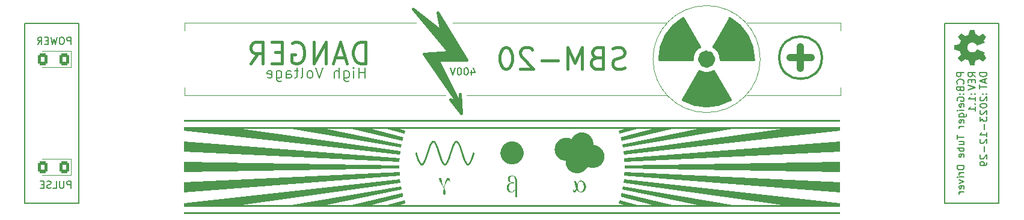
<source format=gbr>
G04 #@! TF.GenerationSoftware,KiCad,Pcbnew,7.0.9-7.0.9~ubuntu22.04.1*
G04 #@! TF.CreationDate,2023-12-29T17:37:10+01:00*
G04 #@! TF.ProjectId,Geiger Tube Driver,47656967-6572-4205-9475-626520447269,1.1*
G04 #@! TF.SameCoordinates,Original*
G04 #@! TF.FileFunction,Legend,Bot*
G04 #@! TF.FilePolarity,Positive*
%FSLAX46Y46*%
G04 Gerber Fmt 4.6, Leading zero omitted, Abs format (unit mm)*
G04 Created by KiCad (PCBNEW 7.0.9-7.0.9~ubuntu22.04.1) date 2023-12-29 17:37:10*
%MOMM*%
%LPD*%
G01*
G04 APERTURE LIST*
G04 Aperture macros list*
%AMRoundRect*
0 Rectangle with rounded corners*
0 $1 Rounding radius*
0 $2 $3 $4 $5 $6 $7 $8 $9 X,Y pos of 4 corners*
0 Add a 4 corners polygon primitive as box body*
4,1,4,$2,$3,$4,$5,$6,$7,$8,$9,$2,$3,0*
0 Add four circle primitives for the rounded corners*
1,1,$1+$1,$2,$3*
1,1,$1+$1,$4,$5*
1,1,$1+$1,$6,$7*
1,1,$1+$1,$8,$9*
0 Add four rect primitives between the rounded corners*
20,1,$1+$1,$2,$3,$4,$5,0*
20,1,$1+$1,$4,$5,$6,$7,0*
20,1,$1+$1,$6,$7,$8,$9,0*
20,1,$1+$1,$8,$9,$2,$3,0*%
G04 Aperture macros list end*
%ADD10C,0.150000*%
%ADD11C,0.200000*%
%ADD12C,0.400000*%
%ADD13C,0.120000*%
%ADD14C,1.000000*%
%ADD15C,0.300000*%
%ADD16C,1.400000*%
%ADD17C,0.100000*%
%ADD18C,0.250000*%
%ADD19C,1.000000*%
%ADD20C,6.400000*%
%ADD21R,1.700000X1.700000*%
%ADD22O,1.700000X1.700000*%
%ADD23R,4.000000X4.000000*%
%ADD24C,4.000000*%
%ADD25RoundRect,0.250001X0.462499X0.624999X-0.462499X0.624999X-0.462499X-0.624999X0.462499X-0.624999X0*%
G04 APERTURE END LIST*
D10*
X211480000Y-88640000D02*
X219100000Y-88640000D01*
X219100000Y-114040000D01*
X211480000Y-114040000D01*
X211480000Y-88640000D01*
X81940000Y-88640000D02*
X89560000Y-88640000D01*
X89560000Y-114040000D01*
X81940000Y-114040000D01*
X81940000Y-88640000D01*
X88403220Y-111954819D02*
X88403220Y-110954819D01*
X88403220Y-110954819D02*
X88022268Y-110954819D01*
X88022268Y-110954819D02*
X87927030Y-111002438D01*
X87927030Y-111002438D02*
X87879411Y-111050057D01*
X87879411Y-111050057D02*
X87831792Y-111145295D01*
X87831792Y-111145295D02*
X87831792Y-111288152D01*
X87831792Y-111288152D02*
X87879411Y-111383390D01*
X87879411Y-111383390D02*
X87927030Y-111431009D01*
X87927030Y-111431009D02*
X88022268Y-111478628D01*
X88022268Y-111478628D02*
X88403220Y-111478628D01*
X87403220Y-110954819D02*
X87403220Y-111764342D01*
X87403220Y-111764342D02*
X87355601Y-111859580D01*
X87355601Y-111859580D02*
X87307982Y-111907200D01*
X87307982Y-111907200D02*
X87212744Y-111954819D01*
X87212744Y-111954819D02*
X87022268Y-111954819D01*
X87022268Y-111954819D02*
X86927030Y-111907200D01*
X86927030Y-111907200D02*
X86879411Y-111859580D01*
X86879411Y-111859580D02*
X86831792Y-111764342D01*
X86831792Y-111764342D02*
X86831792Y-110954819D01*
X85879411Y-111954819D02*
X86355601Y-111954819D01*
X86355601Y-111954819D02*
X86355601Y-110954819D01*
X85593696Y-111907200D02*
X85450839Y-111954819D01*
X85450839Y-111954819D02*
X85212744Y-111954819D01*
X85212744Y-111954819D02*
X85117506Y-111907200D01*
X85117506Y-111907200D02*
X85069887Y-111859580D01*
X85069887Y-111859580D02*
X85022268Y-111764342D01*
X85022268Y-111764342D02*
X85022268Y-111669104D01*
X85022268Y-111669104D02*
X85069887Y-111573866D01*
X85069887Y-111573866D02*
X85117506Y-111526247D01*
X85117506Y-111526247D02*
X85212744Y-111478628D01*
X85212744Y-111478628D02*
X85403220Y-111431009D01*
X85403220Y-111431009D02*
X85498458Y-111383390D01*
X85498458Y-111383390D02*
X85546077Y-111335771D01*
X85546077Y-111335771D02*
X85593696Y-111240533D01*
X85593696Y-111240533D02*
X85593696Y-111145295D01*
X85593696Y-111145295D02*
X85546077Y-111050057D01*
X85546077Y-111050057D02*
X85498458Y-111002438D01*
X85498458Y-111002438D02*
X85403220Y-110954819D01*
X85403220Y-110954819D02*
X85165125Y-110954819D01*
X85165125Y-110954819D02*
X85022268Y-111002438D01*
X84593696Y-111431009D02*
X84260363Y-111431009D01*
X84117506Y-111954819D02*
X84593696Y-111954819D01*
X84593696Y-111954819D02*
X84593696Y-110954819D01*
X84593696Y-110954819D02*
X84117506Y-110954819D01*
D11*
X214164973Y-95626433D02*
X213164973Y-95626433D01*
X213164973Y-95626433D02*
X213164973Y-96007385D01*
X213164973Y-96007385D02*
X213212592Y-96102623D01*
X213212592Y-96102623D02*
X213260211Y-96150242D01*
X213260211Y-96150242D02*
X213355449Y-96197861D01*
X213355449Y-96197861D02*
X213498306Y-96197861D01*
X213498306Y-96197861D02*
X213593544Y-96150242D01*
X213593544Y-96150242D02*
X213641163Y-96102623D01*
X213641163Y-96102623D02*
X213688782Y-96007385D01*
X213688782Y-96007385D02*
X213688782Y-95626433D01*
X214069734Y-97197861D02*
X214117354Y-97150242D01*
X214117354Y-97150242D02*
X214164973Y-97007385D01*
X214164973Y-97007385D02*
X214164973Y-96912147D01*
X214164973Y-96912147D02*
X214117354Y-96769290D01*
X214117354Y-96769290D02*
X214022115Y-96674052D01*
X214022115Y-96674052D02*
X213926877Y-96626433D01*
X213926877Y-96626433D02*
X213736401Y-96578814D01*
X213736401Y-96578814D02*
X213593544Y-96578814D01*
X213593544Y-96578814D02*
X213403068Y-96626433D01*
X213403068Y-96626433D02*
X213307830Y-96674052D01*
X213307830Y-96674052D02*
X213212592Y-96769290D01*
X213212592Y-96769290D02*
X213164973Y-96912147D01*
X213164973Y-96912147D02*
X213164973Y-97007385D01*
X213164973Y-97007385D02*
X213212592Y-97150242D01*
X213212592Y-97150242D02*
X213260211Y-97197861D01*
X213641163Y-97959766D02*
X213688782Y-98102623D01*
X213688782Y-98102623D02*
X213736401Y-98150242D01*
X213736401Y-98150242D02*
X213831639Y-98197861D01*
X213831639Y-98197861D02*
X213974496Y-98197861D01*
X213974496Y-98197861D02*
X214069734Y-98150242D01*
X214069734Y-98150242D02*
X214117354Y-98102623D01*
X214117354Y-98102623D02*
X214164973Y-98007385D01*
X214164973Y-98007385D02*
X214164973Y-97626433D01*
X214164973Y-97626433D02*
X213164973Y-97626433D01*
X213164973Y-97626433D02*
X213164973Y-97959766D01*
X213164973Y-97959766D02*
X213212592Y-98055004D01*
X213212592Y-98055004D02*
X213260211Y-98102623D01*
X213260211Y-98102623D02*
X213355449Y-98150242D01*
X213355449Y-98150242D02*
X213450687Y-98150242D01*
X213450687Y-98150242D02*
X213545925Y-98102623D01*
X213545925Y-98102623D02*
X213593544Y-98055004D01*
X213593544Y-98055004D02*
X213641163Y-97959766D01*
X213641163Y-97959766D02*
X213641163Y-97626433D01*
X215774973Y-96197861D02*
X215298782Y-95864528D01*
X215774973Y-95626433D02*
X214774973Y-95626433D01*
X214774973Y-95626433D02*
X214774973Y-96007385D01*
X214774973Y-96007385D02*
X214822592Y-96102623D01*
X214822592Y-96102623D02*
X214870211Y-96150242D01*
X214870211Y-96150242D02*
X214965449Y-96197861D01*
X214965449Y-96197861D02*
X215108306Y-96197861D01*
X215108306Y-96197861D02*
X215203544Y-96150242D01*
X215203544Y-96150242D02*
X215251163Y-96102623D01*
X215251163Y-96102623D02*
X215298782Y-96007385D01*
X215298782Y-96007385D02*
X215298782Y-95626433D01*
X215251163Y-96626433D02*
X215251163Y-96959766D01*
X215774973Y-97102623D02*
X215774973Y-96626433D01*
X215774973Y-96626433D02*
X214774973Y-96626433D01*
X214774973Y-96626433D02*
X214774973Y-97102623D01*
X214774973Y-97388338D02*
X215774973Y-97721671D01*
X215774973Y-97721671D02*
X214774973Y-98055004D01*
X217384973Y-95626433D02*
X216384973Y-95626433D01*
X216384973Y-95626433D02*
X216384973Y-95864528D01*
X216384973Y-95864528D02*
X216432592Y-96007385D01*
X216432592Y-96007385D02*
X216527830Y-96102623D01*
X216527830Y-96102623D02*
X216623068Y-96150242D01*
X216623068Y-96150242D02*
X216813544Y-96197861D01*
X216813544Y-96197861D02*
X216956401Y-96197861D01*
X216956401Y-96197861D02*
X217146877Y-96150242D01*
X217146877Y-96150242D02*
X217242115Y-96102623D01*
X217242115Y-96102623D02*
X217337354Y-96007385D01*
X217337354Y-96007385D02*
X217384973Y-95864528D01*
X217384973Y-95864528D02*
X217384973Y-95626433D01*
X217099258Y-96578814D02*
X217099258Y-97055004D01*
X217384973Y-96483576D02*
X216384973Y-96816909D01*
X216384973Y-96816909D02*
X217384973Y-97150242D01*
X216384973Y-97340719D02*
X216384973Y-97912147D01*
X217384973Y-97626433D02*
X216384973Y-97626433D01*
D10*
X88403220Y-91634819D02*
X88403220Y-90634819D01*
X88403220Y-90634819D02*
X88022268Y-90634819D01*
X88022268Y-90634819D02*
X87927030Y-90682438D01*
X87927030Y-90682438D02*
X87879411Y-90730057D01*
X87879411Y-90730057D02*
X87831792Y-90825295D01*
X87831792Y-90825295D02*
X87831792Y-90968152D01*
X87831792Y-90968152D02*
X87879411Y-91063390D01*
X87879411Y-91063390D02*
X87927030Y-91111009D01*
X87927030Y-91111009D02*
X88022268Y-91158628D01*
X88022268Y-91158628D02*
X88403220Y-91158628D01*
X87212744Y-90634819D02*
X87022268Y-90634819D01*
X87022268Y-90634819D02*
X86927030Y-90682438D01*
X86927030Y-90682438D02*
X86831792Y-90777676D01*
X86831792Y-90777676D02*
X86784173Y-90968152D01*
X86784173Y-90968152D02*
X86784173Y-91301485D01*
X86784173Y-91301485D02*
X86831792Y-91491961D01*
X86831792Y-91491961D02*
X86927030Y-91587200D01*
X86927030Y-91587200D02*
X87022268Y-91634819D01*
X87022268Y-91634819D02*
X87212744Y-91634819D01*
X87212744Y-91634819D02*
X87307982Y-91587200D01*
X87307982Y-91587200D02*
X87403220Y-91491961D01*
X87403220Y-91491961D02*
X87450839Y-91301485D01*
X87450839Y-91301485D02*
X87450839Y-90968152D01*
X87450839Y-90968152D02*
X87403220Y-90777676D01*
X87403220Y-90777676D02*
X87307982Y-90682438D01*
X87307982Y-90682438D02*
X87212744Y-90634819D01*
X86450839Y-90634819D02*
X86212744Y-91634819D01*
X86212744Y-91634819D02*
X86022268Y-90920533D01*
X86022268Y-90920533D02*
X85831792Y-91634819D01*
X85831792Y-91634819D02*
X85593697Y-90634819D01*
X85212744Y-91111009D02*
X84879411Y-91111009D01*
X84736554Y-91634819D02*
X85212744Y-91634819D01*
X85212744Y-91634819D02*
X85212744Y-90634819D01*
X85212744Y-90634819D02*
X84736554Y-90634819D01*
X83736554Y-91634819D02*
X84069887Y-91158628D01*
X84307982Y-91634819D02*
X84307982Y-90634819D01*
X84307982Y-90634819D02*
X83927030Y-90634819D01*
X83927030Y-90634819D02*
X83831792Y-90682438D01*
X83831792Y-90682438D02*
X83784173Y-90730057D01*
X83784173Y-90730057D02*
X83736554Y-90825295D01*
X83736554Y-90825295D02*
X83736554Y-90968152D01*
X83736554Y-90968152D02*
X83784173Y-91063390D01*
X83784173Y-91063390D02*
X83831792Y-91111009D01*
X83831792Y-91111009D02*
X83927030Y-91158628D01*
X83927030Y-91158628D02*
X84307982Y-91158628D01*
X214085720Y-98630806D02*
X214133340Y-98678425D01*
X214133340Y-98678425D02*
X214180959Y-98630806D01*
X214180959Y-98630806D02*
X214133340Y-98583187D01*
X214133340Y-98583187D02*
X214085720Y-98630806D01*
X214085720Y-98630806D02*
X214180959Y-98630806D01*
X213561911Y-98630806D02*
X213609530Y-98678425D01*
X213609530Y-98678425D02*
X213657149Y-98630806D01*
X213657149Y-98630806D02*
X213609530Y-98583187D01*
X213609530Y-98583187D02*
X213561911Y-98630806D01*
X213561911Y-98630806D02*
X213657149Y-98630806D01*
X213228578Y-99630805D02*
X213180959Y-99535567D01*
X213180959Y-99535567D02*
X213180959Y-99392710D01*
X213180959Y-99392710D02*
X213228578Y-99249853D01*
X213228578Y-99249853D02*
X213323816Y-99154615D01*
X213323816Y-99154615D02*
X213419054Y-99106996D01*
X213419054Y-99106996D02*
X213609530Y-99059377D01*
X213609530Y-99059377D02*
X213752387Y-99059377D01*
X213752387Y-99059377D02*
X213942863Y-99106996D01*
X213942863Y-99106996D02*
X214038101Y-99154615D01*
X214038101Y-99154615D02*
X214133340Y-99249853D01*
X214133340Y-99249853D02*
X214180959Y-99392710D01*
X214180959Y-99392710D02*
X214180959Y-99487948D01*
X214180959Y-99487948D02*
X214133340Y-99630805D01*
X214133340Y-99630805D02*
X214085720Y-99678424D01*
X214085720Y-99678424D02*
X213752387Y-99678424D01*
X213752387Y-99678424D02*
X213752387Y-99487948D01*
X214133340Y-100487948D02*
X214180959Y-100392710D01*
X214180959Y-100392710D02*
X214180959Y-100202234D01*
X214180959Y-100202234D02*
X214133340Y-100106996D01*
X214133340Y-100106996D02*
X214038101Y-100059377D01*
X214038101Y-100059377D02*
X213657149Y-100059377D01*
X213657149Y-100059377D02*
X213561911Y-100106996D01*
X213561911Y-100106996D02*
X213514292Y-100202234D01*
X213514292Y-100202234D02*
X213514292Y-100392710D01*
X213514292Y-100392710D02*
X213561911Y-100487948D01*
X213561911Y-100487948D02*
X213657149Y-100535567D01*
X213657149Y-100535567D02*
X213752387Y-100535567D01*
X213752387Y-100535567D02*
X213847625Y-100059377D01*
X214180959Y-100964139D02*
X213514292Y-100964139D01*
X213180959Y-100964139D02*
X213228578Y-100916520D01*
X213228578Y-100916520D02*
X213276197Y-100964139D01*
X213276197Y-100964139D02*
X213228578Y-101011758D01*
X213228578Y-101011758D02*
X213180959Y-100964139D01*
X213180959Y-100964139D02*
X213276197Y-100964139D01*
X213514292Y-101868900D02*
X214323816Y-101868900D01*
X214323816Y-101868900D02*
X214419054Y-101821281D01*
X214419054Y-101821281D02*
X214466673Y-101773662D01*
X214466673Y-101773662D02*
X214514292Y-101678424D01*
X214514292Y-101678424D02*
X214514292Y-101535567D01*
X214514292Y-101535567D02*
X214466673Y-101440329D01*
X214133340Y-101868900D02*
X214180959Y-101773662D01*
X214180959Y-101773662D02*
X214180959Y-101583186D01*
X214180959Y-101583186D02*
X214133340Y-101487948D01*
X214133340Y-101487948D02*
X214085720Y-101440329D01*
X214085720Y-101440329D02*
X213990482Y-101392710D01*
X213990482Y-101392710D02*
X213704768Y-101392710D01*
X213704768Y-101392710D02*
X213609530Y-101440329D01*
X213609530Y-101440329D02*
X213561911Y-101487948D01*
X213561911Y-101487948D02*
X213514292Y-101583186D01*
X213514292Y-101583186D02*
X213514292Y-101773662D01*
X213514292Y-101773662D02*
X213561911Y-101868900D01*
X214133340Y-102726043D02*
X214180959Y-102630805D01*
X214180959Y-102630805D02*
X214180959Y-102440329D01*
X214180959Y-102440329D02*
X214133340Y-102345091D01*
X214133340Y-102345091D02*
X214038101Y-102297472D01*
X214038101Y-102297472D02*
X213657149Y-102297472D01*
X213657149Y-102297472D02*
X213561911Y-102345091D01*
X213561911Y-102345091D02*
X213514292Y-102440329D01*
X213514292Y-102440329D02*
X213514292Y-102630805D01*
X213514292Y-102630805D02*
X213561911Y-102726043D01*
X213561911Y-102726043D02*
X213657149Y-102773662D01*
X213657149Y-102773662D02*
X213752387Y-102773662D01*
X213752387Y-102773662D02*
X213847625Y-102297472D01*
X214180959Y-103202234D02*
X213514292Y-103202234D01*
X213704768Y-103202234D02*
X213609530Y-103249853D01*
X213609530Y-103249853D02*
X213561911Y-103297472D01*
X213561911Y-103297472D02*
X213514292Y-103392710D01*
X213514292Y-103392710D02*
X213514292Y-103487948D01*
X213180959Y-104440330D02*
X213180959Y-105011758D01*
X214180959Y-104726044D02*
X213180959Y-104726044D01*
X213514292Y-105773663D02*
X214180959Y-105773663D01*
X213514292Y-105345092D02*
X214038101Y-105345092D01*
X214038101Y-105345092D02*
X214133340Y-105392711D01*
X214133340Y-105392711D02*
X214180959Y-105487949D01*
X214180959Y-105487949D02*
X214180959Y-105630806D01*
X214180959Y-105630806D02*
X214133340Y-105726044D01*
X214133340Y-105726044D02*
X214085720Y-105773663D01*
X214180959Y-106249854D02*
X213180959Y-106249854D01*
X213561911Y-106249854D02*
X213514292Y-106345092D01*
X213514292Y-106345092D02*
X213514292Y-106535568D01*
X213514292Y-106535568D02*
X213561911Y-106630806D01*
X213561911Y-106630806D02*
X213609530Y-106678425D01*
X213609530Y-106678425D02*
X213704768Y-106726044D01*
X213704768Y-106726044D02*
X213990482Y-106726044D01*
X213990482Y-106726044D02*
X214085720Y-106678425D01*
X214085720Y-106678425D02*
X214133340Y-106630806D01*
X214133340Y-106630806D02*
X214180959Y-106535568D01*
X214180959Y-106535568D02*
X214180959Y-106345092D01*
X214180959Y-106345092D02*
X214133340Y-106249854D01*
X214133340Y-107535568D02*
X214180959Y-107440330D01*
X214180959Y-107440330D02*
X214180959Y-107249854D01*
X214180959Y-107249854D02*
X214133340Y-107154616D01*
X214133340Y-107154616D02*
X214038101Y-107106997D01*
X214038101Y-107106997D02*
X213657149Y-107106997D01*
X213657149Y-107106997D02*
X213561911Y-107154616D01*
X213561911Y-107154616D02*
X213514292Y-107249854D01*
X213514292Y-107249854D02*
X213514292Y-107440330D01*
X213514292Y-107440330D02*
X213561911Y-107535568D01*
X213561911Y-107535568D02*
X213657149Y-107583187D01*
X213657149Y-107583187D02*
X213752387Y-107583187D01*
X213752387Y-107583187D02*
X213847625Y-107106997D01*
X214180959Y-108773664D02*
X213180959Y-108773664D01*
X213180959Y-108773664D02*
X213180959Y-109011759D01*
X213180959Y-109011759D02*
X213228578Y-109154616D01*
X213228578Y-109154616D02*
X213323816Y-109249854D01*
X213323816Y-109249854D02*
X213419054Y-109297473D01*
X213419054Y-109297473D02*
X213609530Y-109345092D01*
X213609530Y-109345092D02*
X213752387Y-109345092D01*
X213752387Y-109345092D02*
X213942863Y-109297473D01*
X213942863Y-109297473D02*
X214038101Y-109249854D01*
X214038101Y-109249854D02*
X214133340Y-109154616D01*
X214133340Y-109154616D02*
X214180959Y-109011759D01*
X214180959Y-109011759D02*
X214180959Y-108773664D01*
X214180959Y-109773664D02*
X213514292Y-109773664D01*
X213704768Y-109773664D02*
X213609530Y-109821283D01*
X213609530Y-109821283D02*
X213561911Y-109868902D01*
X213561911Y-109868902D02*
X213514292Y-109964140D01*
X213514292Y-109964140D02*
X213514292Y-110059378D01*
X214180959Y-110392712D02*
X213514292Y-110392712D01*
X213180959Y-110392712D02*
X213228578Y-110345093D01*
X213228578Y-110345093D02*
X213276197Y-110392712D01*
X213276197Y-110392712D02*
X213228578Y-110440331D01*
X213228578Y-110440331D02*
X213180959Y-110392712D01*
X213180959Y-110392712D02*
X213276197Y-110392712D01*
X213514292Y-110773664D02*
X214180959Y-111011759D01*
X214180959Y-111011759D02*
X213514292Y-111249854D01*
X214133340Y-112011759D02*
X214180959Y-111916521D01*
X214180959Y-111916521D02*
X214180959Y-111726045D01*
X214180959Y-111726045D02*
X214133340Y-111630807D01*
X214133340Y-111630807D02*
X214038101Y-111583188D01*
X214038101Y-111583188D02*
X213657149Y-111583188D01*
X213657149Y-111583188D02*
X213561911Y-111630807D01*
X213561911Y-111630807D02*
X213514292Y-111726045D01*
X213514292Y-111726045D02*
X213514292Y-111916521D01*
X213514292Y-111916521D02*
X213561911Y-112011759D01*
X213561911Y-112011759D02*
X213657149Y-112059378D01*
X213657149Y-112059378D02*
X213752387Y-112059378D01*
X213752387Y-112059378D02*
X213847625Y-111583188D01*
X214180959Y-112487950D02*
X213514292Y-112487950D01*
X213704768Y-112487950D02*
X213609530Y-112535569D01*
X213609530Y-112535569D02*
X213561911Y-112583188D01*
X213561911Y-112583188D02*
X213514292Y-112678426D01*
X213514292Y-112678426D02*
X213514292Y-112773664D01*
X215695720Y-98630806D02*
X215743340Y-98678425D01*
X215743340Y-98678425D02*
X215790959Y-98630806D01*
X215790959Y-98630806D02*
X215743340Y-98583187D01*
X215743340Y-98583187D02*
X215695720Y-98630806D01*
X215695720Y-98630806D02*
X215790959Y-98630806D01*
X215171911Y-98630806D02*
X215219530Y-98678425D01*
X215219530Y-98678425D02*
X215267149Y-98630806D01*
X215267149Y-98630806D02*
X215219530Y-98583187D01*
X215219530Y-98583187D02*
X215171911Y-98630806D01*
X215171911Y-98630806D02*
X215267149Y-98630806D01*
X215790959Y-99630805D02*
X215790959Y-99059377D01*
X215790959Y-99345091D02*
X214790959Y-99345091D01*
X214790959Y-99345091D02*
X214933816Y-99249853D01*
X214933816Y-99249853D02*
X215029054Y-99154615D01*
X215029054Y-99154615D02*
X215076673Y-99059377D01*
X215695720Y-100059377D02*
X215743340Y-100106996D01*
X215743340Y-100106996D02*
X215790959Y-100059377D01*
X215790959Y-100059377D02*
X215743340Y-100011758D01*
X215743340Y-100011758D02*
X215695720Y-100059377D01*
X215695720Y-100059377D02*
X215790959Y-100059377D01*
X215790959Y-101059376D02*
X215790959Y-100487948D01*
X215790959Y-100773662D02*
X214790959Y-100773662D01*
X214790959Y-100773662D02*
X214933816Y-100678424D01*
X214933816Y-100678424D02*
X215029054Y-100583186D01*
X215029054Y-100583186D02*
X215076673Y-100487948D01*
X217305720Y-98630806D02*
X217353340Y-98678425D01*
X217353340Y-98678425D02*
X217400959Y-98630806D01*
X217400959Y-98630806D02*
X217353340Y-98583187D01*
X217353340Y-98583187D02*
X217305720Y-98630806D01*
X217305720Y-98630806D02*
X217400959Y-98630806D01*
X216781911Y-98630806D02*
X216829530Y-98678425D01*
X216829530Y-98678425D02*
X216877149Y-98630806D01*
X216877149Y-98630806D02*
X216829530Y-98583187D01*
X216829530Y-98583187D02*
X216781911Y-98630806D01*
X216781911Y-98630806D02*
X216877149Y-98630806D01*
X216496197Y-99059377D02*
X216448578Y-99106996D01*
X216448578Y-99106996D02*
X216400959Y-99202234D01*
X216400959Y-99202234D02*
X216400959Y-99440329D01*
X216400959Y-99440329D02*
X216448578Y-99535567D01*
X216448578Y-99535567D02*
X216496197Y-99583186D01*
X216496197Y-99583186D02*
X216591435Y-99630805D01*
X216591435Y-99630805D02*
X216686673Y-99630805D01*
X216686673Y-99630805D02*
X216829530Y-99583186D01*
X216829530Y-99583186D02*
X217400959Y-99011758D01*
X217400959Y-99011758D02*
X217400959Y-99630805D01*
X216400959Y-100249853D02*
X216400959Y-100345091D01*
X216400959Y-100345091D02*
X216448578Y-100440329D01*
X216448578Y-100440329D02*
X216496197Y-100487948D01*
X216496197Y-100487948D02*
X216591435Y-100535567D01*
X216591435Y-100535567D02*
X216781911Y-100583186D01*
X216781911Y-100583186D02*
X217020006Y-100583186D01*
X217020006Y-100583186D02*
X217210482Y-100535567D01*
X217210482Y-100535567D02*
X217305720Y-100487948D01*
X217305720Y-100487948D02*
X217353340Y-100440329D01*
X217353340Y-100440329D02*
X217400959Y-100345091D01*
X217400959Y-100345091D02*
X217400959Y-100249853D01*
X217400959Y-100249853D02*
X217353340Y-100154615D01*
X217353340Y-100154615D02*
X217305720Y-100106996D01*
X217305720Y-100106996D02*
X217210482Y-100059377D01*
X217210482Y-100059377D02*
X217020006Y-100011758D01*
X217020006Y-100011758D02*
X216781911Y-100011758D01*
X216781911Y-100011758D02*
X216591435Y-100059377D01*
X216591435Y-100059377D02*
X216496197Y-100106996D01*
X216496197Y-100106996D02*
X216448578Y-100154615D01*
X216448578Y-100154615D02*
X216400959Y-100249853D01*
X216496197Y-100964139D02*
X216448578Y-101011758D01*
X216448578Y-101011758D02*
X216400959Y-101106996D01*
X216400959Y-101106996D02*
X216400959Y-101345091D01*
X216400959Y-101345091D02*
X216448578Y-101440329D01*
X216448578Y-101440329D02*
X216496197Y-101487948D01*
X216496197Y-101487948D02*
X216591435Y-101535567D01*
X216591435Y-101535567D02*
X216686673Y-101535567D01*
X216686673Y-101535567D02*
X216829530Y-101487948D01*
X216829530Y-101487948D02*
X217400959Y-100916520D01*
X217400959Y-100916520D02*
X217400959Y-101535567D01*
X216400959Y-101868901D02*
X216400959Y-102487948D01*
X216400959Y-102487948D02*
X216781911Y-102154615D01*
X216781911Y-102154615D02*
X216781911Y-102297472D01*
X216781911Y-102297472D02*
X216829530Y-102392710D01*
X216829530Y-102392710D02*
X216877149Y-102440329D01*
X216877149Y-102440329D02*
X216972387Y-102487948D01*
X216972387Y-102487948D02*
X217210482Y-102487948D01*
X217210482Y-102487948D02*
X217305720Y-102440329D01*
X217305720Y-102440329D02*
X217353340Y-102392710D01*
X217353340Y-102392710D02*
X217400959Y-102297472D01*
X217400959Y-102297472D02*
X217400959Y-102011758D01*
X217400959Y-102011758D02*
X217353340Y-101916520D01*
X217353340Y-101916520D02*
X217305720Y-101868901D01*
X217020006Y-102916520D02*
X217020006Y-103678425D01*
X217400959Y-104678424D02*
X217400959Y-104106996D01*
X217400959Y-104392710D02*
X216400959Y-104392710D01*
X216400959Y-104392710D02*
X216543816Y-104297472D01*
X216543816Y-104297472D02*
X216639054Y-104202234D01*
X216639054Y-104202234D02*
X216686673Y-104106996D01*
X216496197Y-105059377D02*
X216448578Y-105106996D01*
X216448578Y-105106996D02*
X216400959Y-105202234D01*
X216400959Y-105202234D02*
X216400959Y-105440329D01*
X216400959Y-105440329D02*
X216448578Y-105535567D01*
X216448578Y-105535567D02*
X216496197Y-105583186D01*
X216496197Y-105583186D02*
X216591435Y-105630805D01*
X216591435Y-105630805D02*
X216686673Y-105630805D01*
X216686673Y-105630805D02*
X216829530Y-105583186D01*
X216829530Y-105583186D02*
X217400959Y-105011758D01*
X217400959Y-105011758D02*
X217400959Y-105630805D01*
X217020006Y-106059377D02*
X217020006Y-106821282D01*
X216496197Y-107249853D02*
X216448578Y-107297472D01*
X216448578Y-107297472D02*
X216400959Y-107392710D01*
X216400959Y-107392710D02*
X216400959Y-107630805D01*
X216400959Y-107630805D02*
X216448578Y-107726043D01*
X216448578Y-107726043D02*
X216496197Y-107773662D01*
X216496197Y-107773662D02*
X216591435Y-107821281D01*
X216591435Y-107821281D02*
X216686673Y-107821281D01*
X216686673Y-107821281D02*
X216829530Y-107773662D01*
X216829530Y-107773662D02*
X217400959Y-107202234D01*
X217400959Y-107202234D02*
X217400959Y-107821281D01*
X217400959Y-108297472D02*
X217400959Y-108487948D01*
X217400959Y-108487948D02*
X217353340Y-108583186D01*
X217353340Y-108583186D02*
X217305720Y-108630805D01*
X217305720Y-108630805D02*
X217162863Y-108726043D01*
X217162863Y-108726043D02*
X216972387Y-108773662D01*
X216972387Y-108773662D02*
X216591435Y-108773662D01*
X216591435Y-108773662D02*
X216496197Y-108726043D01*
X216496197Y-108726043D02*
X216448578Y-108678424D01*
X216448578Y-108678424D02*
X216400959Y-108583186D01*
X216400959Y-108583186D02*
X216400959Y-108392710D01*
X216400959Y-108392710D02*
X216448578Y-108297472D01*
X216448578Y-108297472D02*
X216496197Y-108249853D01*
X216496197Y-108249853D02*
X216591435Y-108202234D01*
X216591435Y-108202234D02*
X216829530Y-108202234D01*
X216829530Y-108202234D02*
X216924768Y-108249853D01*
X216924768Y-108249853D02*
X216972387Y-108297472D01*
X216972387Y-108297472D02*
X217020006Y-108392710D01*
X217020006Y-108392710D02*
X217020006Y-108583186D01*
X217020006Y-108583186D02*
X216972387Y-108678424D01*
X216972387Y-108678424D02*
X216924768Y-108726043D01*
X216924768Y-108726043D02*
X216829530Y-108773662D01*
X129812173Y-96406128D02*
X129812173Y-94906128D01*
X129812173Y-95620414D02*
X128955030Y-95620414D01*
X128955030Y-96406128D02*
X128955030Y-94906128D01*
X128240744Y-96406128D02*
X128240744Y-95406128D01*
X128240744Y-94906128D02*
X128312172Y-94977557D01*
X128312172Y-94977557D02*
X128240744Y-95048985D01*
X128240744Y-95048985D02*
X128169315Y-94977557D01*
X128169315Y-94977557D02*
X128240744Y-94906128D01*
X128240744Y-94906128D02*
X128240744Y-95048985D01*
X126883601Y-95406128D02*
X126883601Y-96620414D01*
X126883601Y-96620414D02*
X126955029Y-96763271D01*
X126955029Y-96763271D02*
X127026458Y-96834700D01*
X127026458Y-96834700D02*
X127169315Y-96906128D01*
X127169315Y-96906128D02*
X127383601Y-96906128D01*
X127383601Y-96906128D02*
X127526458Y-96834700D01*
X126883601Y-96334700D02*
X127026458Y-96406128D01*
X127026458Y-96406128D02*
X127312172Y-96406128D01*
X127312172Y-96406128D02*
X127455029Y-96334700D01*
X127455029Y-96334700D02*
X127526458Y-96263271D01*
X127526458Y-96263271D02*
X127597886Y-96120414D01*
X127597886Y-96120414D02*
X127597886Y-95691842D01*
X127597886Y-95691842D02*
X127526458Y-95548985D01*
X127526458Y-95548985D02*
X127455029Y-95477557D01*
X127455029Y-95477557D02*
X127312172Y-95406128D01*
X127312172Y-95406128D02*
X127026458Y-95406128D01*
X127026458Y-95406128D02*
X126883601Y-95477557D01*
X126169315Y-96406128D02*
X126169315Y-94906128D01*
X125526458Y-96406128D02*
X125526458Y-95620414D01*
X125526458Y-95620414D02*
X125597886Y-95477557D01*
X125597886Y-95477557D02*
X125740743Y-95406128D01*
X125740743Y-95406128D02*
X125955029Y-95406128D01*
X125955029Y-95406128D02*
X126097886Y-95477557D01*
X126097886Y-95477557D02*
X126169315Y-95548985D01*
X123883600Y-94906128D02*
X123383600Y-96406128D01*
X123383600Y-96406128D02*
X122883600Y-94906128D01*
X122169315Y-96406128D02*
X122312172Y-96334700D01*
X122312172Y-96334700D02*
X122383601Y-96263271D01*
X122383601Y-96263271D02*
X122455029Y-96120414D01*
X122455029Y-96120414D02*
X122455029Y-95691842D01*
X122455029Y-95691842D02*
X122383601Y-95548985D01*
X122383601Y-95548985D02*
X122312172Y-95477557D01*
X122312172Y-95477557D02*
X122169315Y-95406128D01*
X122169315Y-95406128D02*
X121955029Y-95406128D01*
X121955029Y-95406128D02*
X121812172Y-95477557D01*
X121812172Y-95477557D02*
X121740744Y-95548985D01*
X121740744Y-95548985D02*
X121669315Y-95691842D01*
X121669315Y-95691842D02*
X121669315Y-96120414D01*
X121669315Y-96120414D02*
X121740744Y-96263271D01*
X121740744Y-96263271D02*
X121812172Y-96334700D01*
X121812172Y-96334700D02*
X121955029Y-96406128D01*
X121955029Y-96406128D02*
X122169315Y-96406128D01*
X120812172Y-96406128D02*
X120955029Y-96334700D01*
X120955029Y-96334700D02*
X121026458Y-96191842D01*
X121026458Y-96191842D02*
X121026458Y-94906128D01*
X120455029Y-95406128D02*
X119883601Y-95406128D01*
X120240744Y-94906128D02*
X120240744Y-96191842D01*
X120240744Y-96191842D02*
X120169315Y-96334700D01*
X120169315Y-96334700D02*
X120026458Y-96406128D01*
X120026458Y-96406128D02*
X119883601Y-96406128D01*
X118740744Y-96406128D02*
X118740744Y-95620414D01*
X118740744Y-95620414D02*
X118812172Y-95477557D01*
X118812172Y-95477557D02*
X118955029Y-95406128D01*
X118955029Y-95406128D02*
X119240744Y-95406128D01*
X119240744Y-95406128D02*
X119383601Y-95477557D01*
X118740744Y-96334700D02*
X118883601Y-96406128D01*
X118883601Y-96406128D02*
X119240744Y-96406128D01*
X119240744Y-96406128D02*
X119383601Y-96334700D01*
X119383601Y-96334700D02*
X119455029Y-96191842D01*
X119455029Y-96191842D02*
X119455029Y-96048985D01*
X119455029Y-96048985D02*
X119383601Y-95906128D01*
X119383601Y-95906128D02*
X119240744Y-95834700D01*
X119240744Y-95834700D02*
X118883601Y-95834700D01*
X118883601Y-95834700D02*
X118740744Y-95763271D01*
X117383601Y-95406128D02*
X117383601Y-96620414D01*
X117383601Y-96620414D02*
X117455029Y-96763271D01*
X117455029Y-96763271D02*
X117526458Y-96834700D01*
X117526458Y-96834700D02*
X117669315Y-96906128D01*
X117669315Y-96906128D02*
X117883601Y-96906128D01*
X117883601Y-96906128D02*
X118026458Y-96834700D01*
X117383601Y-96334700D02*
X117526458Y-96406128D01*
X117526458Y-96406128D02*
X117812172Y-96406128D01*
X117812172Y-96406128D02*
X117955029Y-96334700D01*
X117955029Y-96334700D02*
X118026458Y-96263271D01*
X118026458Y-96263271D02*
X118097886Y-96120414D01*
X118097886Y-96120414D02*
X118097886Y-95691842D01*
X118097886Y-95691842D02*
X118026458Y-95548985D01*
X118026458Y-95548985D02*
X117955029Y-95477557D01*
X117955029Y-95477557D02*
X117812172Y-95406128D01*
X117812172Y-95406128D02*
X117526458Y-95406128D01*
X117526458Y-95406128D02*
X117383601Y-95477557D01*
X116097886Y-96334700D02*
X116240743Y-96406128D01*
X116240743Y-96406128D02*
X116526458Y-96406128D01*
X116526458Y-96406128D02*
X116669315Y-96334700D01*
X116669315Y-96334700D02*
X116740743Y-96191842D01*
X116740743Y-96191842D02*
X116740743Y-95620414D01*
X116740743Y-95620414D02*
X116669315Y-95477557D01*
X116669315Y-95477557D02*
X116526458Y-95406128D01*
X116526458Y-95406128D02*
X116240743Y-95406128D01*
X116240743Y-95406128D02*
X116097886Y-95477557D01*
X116097886Y-95477557D02*
X116026458Y-95620414D01*
X116026458Y-95620414D02*
X116026458Y-95763271D01*
X116026458Y-95763271D02*
X116740743Y-95906128D01*
D12*
X166389714Y-94944200D02*
X165961143Y-95087057D01*
X165961143Y-95087057D02*
X165246857Y-95087057D01*
X165246857Y-95087057D02*
X164961143Y-94944200D01*
X164961143Y-94944200D02*
X164818285Y-94801342D01*
X164818285Y-94801342D02*
X164675428Y-94515628D01*
X164675428Y-94515628D02*
X164675428Y-94229914D01*
X164675428Y-94229914D02*
X164818285Y-93944200D01*
X164818285Y-93944200D02*
X164961143Y-93801342D01*
X164961143Y-93801342D02*
X165246857Y-93658485D01*
X165246857Y-93658485D02*
X165818285Y-93515628D01*
X165818285Y-93515628D02*
X166104000Y-93372771D01*
X166104000Y-93372771D02*
X166246857Y-93229914D01*
X166246857Y-93229914D02*
X166389714Y-92944200D01*
X166389714Y-92944200D02*
X166389714Y-92658485D01*
X166389714Y-92658485D02*
X166246857Y-92372771D01*
X166246857Y-92372771D02*
X166104000Y-92229914D01*
X166104000Y-92229914D02*
X165818285Y-92087057D01*
X165818285Y-92087057D02*
X165104000Y-92087057D01*
X165104000Y-92087057D02*
X164675428Y-92229914D01*
X162389714Y-93515628D02*
X161961142Y-93658485D01*
X161961142Y-93658485D02*
X161818285Y-93801342D01*
X161818285Y-93801342D02*
X161675428Y-94087057D01*
X161675428Y-94087057D02*
X161675428Y-94515628D01*
X161675428Y-94515628D02*
X161818285Y-94801342D01*
X161818285Y-94801342D02*
X161961142Y-94944200D01*
X161961142Y-94944200D02*
X162246857Y-95087057D01*
X162246857Y-95087057D02*
X163389714Y-95087057D01*
X163389714Y-95087057D02*
X163389714Y-92087057D01*
X163389714Y-92087057D02*
X162389714Y-92087057D01*
X162389714Y-92087057D02*
X162104000Y-92229914D01*
X162104000Y-92229914D02*
X161961142Y-92372771D01*
X161961142Y-92372771D02*
X161818285Y-92658485D01*
X161818285Y-92658485D02*
X161818285Y-92944200D01*
X161818285Y-92944200D02*
X161961142Y-93229914D01*
X161961142Y-93229914D02*
X162104000Y-93372771D01*
X162104000Y-93372771D02*
X162389714Y-93515628D01*
X162389714Y-93515628D02*
X163389714Y-93515628D01*
X160389714Y-95087057D02*
X160389714Y-92087057D01*
X160389714Y-92087057D02*
X159389714Y-94229914D01*
X159389714Y-94229914D02*
X158389714Y-92087057D01*
X158389714Y-92087057D02*
X158389714Y-95087057D01*
X156961143Y-93944200D02*
X154675429Y-93944200D01*
X153389714Y-92372771D02*
X153246857Y-92229914D01*
X153246857Y-92229914D02*
X152961143Y-92087057D01*
X152961143Y-92087057D02*
X152246857Y-92087057D01*
X152246857Y-92087057D02*
X151961143Y-92229914D01*
X151961143Y-92229914D02*
X151818285Y-92372771D01*
X151818285Y-92372771D02*
X151675428Y-92658485D01*
X151675428Y-92658485D02*
X151675428Y-92944200D01*
X151675428Y-92944200D02*
X151818285Y-93372771D01*
X151818285Y-93372771D02*
X153532571Y-95087057D01*
X153532571Y-95087057D02*
X151675428Y-95087057D01*
X149818285Y-92087057D02*
X149532571Y-92087057D01*
X149532571Y-92087057D02*
X149246857Y-92229914D01*
X149246857Y-92229914D02*
X149104000Y-92372771D01*
X149104000Y-92372771D02*
X148961142Y-92658485D01*
X148961142Y-92658485D02*
X148818285Y-93229914D01*
X148818285Y-93229914D02*
X148818285Y-93944200D01*
X148818285Y-93944200D02*
X148961142Y-94515628D01*
X148961142Y-94515628D02*
X149104000Y-94801342D01*
X149104000Y-94801342D02*
X149246857Y-94944200D01*
X149246857Y-94944200D02*
X149532571Y-95087057D01*
X149532571Y-95087057D02*
X149818285Y-95087057D01*
X149818285Y-95087057D02*
X150104000Y-94944200D01*
X150104000Y-94944200D02*
X150246857Y-94801342D01*
X150246857Y-94801342D02*
X150389714Y-94515628D01*
X150389714Y-94515628D02*
X150532571Y-93944200D01*
X150532571Y-93944200D02*
X150532571Y-93229914D01*
X150532571Y-93229914D02*
X150389714Y-92658485D01*
X150389714Y-92658485D02*
X150246857Y-92372771D01*
X150246857Y-92372771D02*
X150104000Y-92229914D01*
X150104000Y-92229914D02*
X149818285Y-92087057D01*
X129886000Y-94337057D02*
X129886000Y-91337057D01*
X129886000Y-91337057D02*
X129171714Y-91337057D01*
X129171714Y-91337057D02*
X128743143Y-91479914D01*
X128743143Y-91479914D02*
X128457428Y-91765628D01*
X128457428Y-91765628D02*
X128314571Y-92051342D01*
X128314571Y-92051342D02*
X128171714Y-92622771D01*
X128171714Y-92622771D02*
X128171714Y-93051342D01*
X128171714Y-93051342D02*
X128314571Y-93622771D01*
X128314571Y-93622771D02*
X128457428Y-93908485D01*
X128457428Y-93908485D02*
X128743143Y-94194200D01*
X128743143Y-94194200D02*
X129171714Y-94337057D01*
X129171714Y-94337057D02*
X129886000Y-94337057D01*
X127028857Y-93479914D02*
X125600286Y-93479914D01*
X127314571Y-94337057D02*
X126314571Y-91337057D01*
X126314571Y-91337057D02*
X125314571Y-94337057D01*
X124314571Y-94337057D02*
X124314571Y-91337057D01*
X124314571Y-91337057D02*
X122600285Y-94337057D01*
X122600285Y-94337057D02*
X122600285Y-91337057D01*
X119600285Y-91479914D02*
X119886000Y-91337057D01*
X119886000Y-91337057D02*
X120314571Y-91337057D01*
X120314571Y-91337057D02*
X120743142Y-91479914D01*
X120743142Y-91479914D02*
X121028857Y-91765628D01*
X121028857Y-91765628D02*
X121171714Y-92051342D01*
X121171714Y-92051342D02*
X121314571Y-92622771D01*
X121314571Y-92622771D02*
X121314571Y-93051342D01*
X121314571Y-93051342D02*
X121171714Y-93622771D01*
X121171714Y-93622771D02*
X121028857Y-93908485D01*
X121028857Y-93908485D02*
X120743142Y-94194200D01*
X120743142Y-94194200D02*
X120314571Y-94337057D01*
X120314571Y-94337057D02*
X120028857Y-94337057D01*
X120028857Y-94337057D02*
X119600285Y-94194200D01*
X119600285Y-94194200D02*
X119457428Y-94051342D01*
X119457428Y-94051342D02*
X119457428Y-93051342D01*
X119457428Y-93051342D02*
X120028857Y-93051342D01*
X118171714Y-92765628D02*
X117171714Y-92765628D01*
X116743142Y-94337057D02*
X118171714Y-94337057D01*
X118171714Y-94337057D02*
X118171714Y-91337057D01*
X118171714Y-91337057D02*
X116743142Y-91337057D01*
X113743142Y-94337057D02*
X114743142Y-92908485D01*
X115457428Y-94337057D02*
X115457428Y-91337057D01*
X115457428Y-91337057D02*
X114314571Y-91337057D01*
X114314571Y-91337057D02*
X114028856Y-91479914D01*
X114028856Y-91479914D02*
X113885999Y-91622771D01*
X113885999Y-91622771D02*
X113743142Y-91908485D01*
X113743142Y-91908485D02*
X113743142Y-92337057D01*
X113743142Y-92337057D02*
X113885999Y-92622771D01*
X113885999Y-92622771D02*
X114028856Y-92765628D01*
X114028856Y-92765628D02*
X114314571Y-92908485D01*
X114314571Y-92908485D02*
X115457428Y-92908485D01*
D10*
X144824476Y-95286152D02*
X144824476Y-95952819D01*
X145062571Y-94905200D02*
X145300666Y-95619485D01*
X145300666Y-95619485D02*
X144681619Y-95619485D01*
X144110190Y-94952819D02*
X144014952Y-94952819D01*
X144014952Y-94952819D02*
X143919714Y-95000438D01*
X143919714Y-95000438D02*
X143872095Y-95048057D01*
X143872095Y-95048057D02*
X143824476Y-95143295D01*
X143824476Y-95143295D02*
X143776857Y-95333771D01*
X143776857Y-95333771D02*
X143776857Y-95571866D01*
X143776857Y-95571866D02*
X143824476Y-95762342D01*
X143824476Y-95762342D02*
X143872095Y-95857580D01*
X143872095Y-95857580D02*
X143919714Y-95905200D01*
X143919714Y-95905200D02*
X144014952Y-95952819D01*
X144014952Y-95952819D02*
X144110190Y-95952819D01*
X144110190Y-95952819D02*
X144205428Y-95905200D01*
X144205428Y-95905200D02*
X144253047Y-95857580D01*
X144253047Y-95857580D02*
X144300666Y-95762342D01*
X144300666Y-95762342D02*
X144348285Y-95571866D01*
X144348285Y-95571866D02*
X144348285Y-95333771D01*
X144348285Y-95333771D02*
X144300666Y-95143295D01*
X144300666Y-95143295D02*
X144253047Y-95048057D01*
X144253047Y-95048057D02*
X144205428Y-95000438D01*
X144205428Y-95000438D02*
X144110190Y-94952819D01*
X143157809Y-94952819D02*
X143062571Y-94952819D01*
X143062571Y-94952819D02*
X142967333Y-95000438D01*
X142967333Y-95000438D02*
X142919714Y-95048057D01*
X142919714Y-95048057D02*
X142872095Y-95143295D01*
X142872095Y-95143295D02*
X142824476Y-95333771D01*
X142824476Y-95333771D02*
X142824476Y-95571866D01*
X142824476Y-95571866D02*
X142872095Y-95762342D01*
X142872095Y-95762342D02*
X142919714Y-95857580D01*
X142919714Y-95857580D02*
X142967333Y-95905200D01*
X142967333Y-95905200D02*
X143062571Y-95952819D01*
X143062571Y-95952819D02*
X143157809Y-95952819D01*
X143157809Y-95952819D02*
X143253047Y-95905200D01*
X143253047Y-95905200D02*
X143300666Y-95857580D01*
X143300666Y-95857580D02*
X143348285Y-95762342D01*
X143348285Y-95762342D02*
X143395904Y-95571866D01*
X143395904Y-95571866D02*
X143395904Y-95333771D01*
X143395904Y-95333771D02*
X143348285Y-95143295D01*
X143348285Y-95143295D02*
X143300666Y-95048057D01*
X143300666Y-95048057D02*
X143253047Y-95000438D01*
X143253047Y-95000438D02*
X143157809Y-94952819D01*
X142538761Y-94952819D02*
X142205428Y-95952819D01*
X142205428Y-95952819D02*
X141872095Y-94952819D01*
D13*
X196760000Y-98820000D02*
X196760000Y-97720000D01*
X196760000Y-89720000D02*
X196760000Y-88620000D01*
X196760000Y-88620000D02*
X183560000Y-88620000D01*
D14*
X192662000Y-93520000D02*
X189662000Y-93520000D01*
X191162000Y-95020000D02*
X191162000Y-92020000D01*
D13*
X183560000Y-98820000D02*
X196760000Y-98820000D01*
D12*
X181200496Y-87986119D02*
X178932154Y-91955730D01*
X179956000Y-93720000D02*
X184528000Y-93720000D01*
X178940000Y-95498000D02*
X181208352Y-99467605D01*
X176915846Y-95484270D02*
X174647494Y-99453875D01*
X176908000Y-91942000D02*
X174647503Y-87986120D01*
X175892000Y-93720000D02*
X171320000Y-93720000D01*
D13*
X144160000Y-98820000D02*
X172360000Y-98820000D01*
D12*
X144109000Y-93847000D02*
X140045000Y-93847000D01*
X143347000Y-101340000D02*
X141823000Y-99435000D01*
X143220000Y-98673000D02*
X143347000Y-101340000D01*
X143093000Y-99943000D02*
X143220000Y-98673000D01*
X142839000Y-99816000D02*
X138140000Y-92958000D01*
D13*
X142160000Y-88620000D02*
X172360000Y-88620000D01*
D12*
X141823000Y-99435000D02*
X142839000Y-99816000D01*
X141696000Y-92704000D02*
X136616000Y-86608000D01*
D13*
X141160000Y-98820000D02*
X104460000Y-98820000D01*
D12*
X140553000Y-89783000D02*
X140045000Y-87116000D01*
X140045000Y-93847000D02*
X143093000Y-99943000D01*
X140045000Y-87116000D02*
X144109000Y-93847000D01*
X138140000Y-92958000D02*
X141696000Y-92704000D01*
D13*
X137060000Y-88620000D02*
X104460000Y-88620000D01*
D12*
X136616000Y-86608000D02*
X140553000Y-89783000D01*
D13*
X104460000Y-97720000D02*
X104460000Y-98790000D01*
X104460000Y-88620000D02*
X104460000Y-89720000D01*
D12*
X174638631Y-99467023D02*
G75*
G03*
X181208352Y-99467605I3285369J5747023D01*
G01*
X184528000Y-93720000D02*
G75*
G03*
X181196009Y-87983557I-6604000J0D01*
G01*
X176915531Y-95484089D02*
G75*
G03*
X178932154Y-95484269I1008469J1764089D01*
G01*
X179955999Y-93720000D02*
G75*
G03*
X178930772Y-91954942I-2031999J0D01*
G01*
X176917228Y-91954941D02*
G75*
G03*
X175892000Y-93720000I1006772J-1765059D01*
G01*
X174651991Y-87983557D02*
G75*
G03*
X171320000Y-93720000I3272009J-5736443D01*
G01*
D15*
X194162000Y-93520000D02*
G75*
G03*
X194162000Y-93520000I-3000000J0D01*
G01*
D16*
X178432000Y-93720000D02*
G75*
G03*
X178432000Y-93720000I-508000J0D01*
G01*
D13*
X185475963Y-93720000D02*
G75*
G03*
X185475963Y-93720000I-7551963J0D01*
G01*
D17*
X181208352Y-99467605D02*
X178940000Y-100324000D01*
X176908000Y-100324000D01*
X174647494Y-99453875D01*
X176908000Y-95498000D01*
X177670000Y-95752000D01*
X178178000Y-95752000D01*
X178940000Y-95498000D01*
X181208352Y-99467605D01*
G36*
X181208352Y-99467605D02*
G01*
X178940000Y-100324000D01*
X176908000Y-100324000D01*
X174647494Y-99453875D01*
X176908000Y-95498000D01*
X177670000Y-95752000D01*
X178178000Y-95752000D01*
X178940000Y-95498000D01*
X181208352Y-99467605D01*
G37*
X182488154Y-88907730D02*
X183250154Y-89923730D01*
X184012154Y-91193730D01*
X184520154Y-92717730D01*
X184520154Y-93733730D01*
X179948154Y-93733730D01*
X179948154Y-93225730D01*
X179440154Y-92209730D01*
X178932154Y-91955730D01*
X181218154Y-87891730D01*
X182488154Y-88907730D01*
G36*
X182488154Y-88907730D02*
G01*
X183250154Y-89923730D01*
X184012154Y-91193730D01*
X184520154Y-92717730D01*
X184520154Y-93733730D01*
X179948154Y-93733730D01*
X179948154Y-93225730D01*
X179440154Y-92209730D01*
X178932154Y-91955730D01*
X181218154Y-87891730D01*
X182488154Y-88907730D01*
G37*
X176908000Y-91942000D02*
X176400000Y-92196000D01*
X175892000Y-93212000D01*
X175892000Y-93720000D01*
X171320000Y-93720000D01*
X171320000Y-92704000D01*
X171828000Y-91180000D01*
X172590000Y-89910000D01*
X173352000Y-88894000D01*
X174651991Y-87983557D01*
X176908000Y-91942000D01*
G36*
X176908000Y-91942000D02*
G01*
X176400000Y-92196000D01*
X175892000Y-93212000D01*
X175892000Y-93720000D01*
X171320000Y-93720000D01*
X171320000Y-92704000D01*
X171828000Y-91180000D01*
X172590000Y-89910000D01*
X173352000Y-88894000D01*
X174651991Y-87983557D01*
X176908000Y-91942000D01*
G37*
X140553000Y-89783000D02*
X140045000Y-87116000D01*
X144109000Y-93847000D01*
X140045000Y-93847000D01*
X143093000Y-99943000D01*
X143220000Y-98673000D01*
X143347000Y-101340000D01*
X141823000Y-99435000D01*
X142839000Y-99816000D01*
X138140000Y-92958000D01*
X141696000Y-92704000D01*
X136616000Y-86608000D01*
X140553000Y-89783000D01*
G36*
X140553000Y-89783000D02*
G01*
X140045000Y-87116000D01*
X144109000Y-93847000D01*
X140045000Y-93847000D01*
X143093000Y-99943000D01*
X143220000Y-98673000D01*
X143347000Y-101340000D01*
X141823000Y-99435000D01*
X142839000Y-99816000D01*
X138140000Y-92958000D01*
X141696000Y-92704000D01*
X136616000Y-86608000D01*
X140553000Y-89783000D01*
G37*
D13*
X88427500Y-94855000D02*
X84367500Y-94855000D01*
X88427500Y-92585000D02*
X88427500Y-94855000D01*
X84367500Y-92585000D02*
X88427500Y-92585000D01*
D18*
X145096102Y-106976384D02*
X145074358Y-107044645D01*
X145074358Y-107044645D02*
X145052614Y-107112745D01*
X145052614Y-107112745D02*
X145030863Y-107180574D01*
X145030863Y-107180574D02*
X145009119Y-107248023D01*
X145009119Y-107248023D02*
X144987375Y-107314954D01*
X144987375Y-107314954D02*
X144965647Y-107381265D01*
X144965647Y-107381265D02*
X144943903Y-107446824D01*
X144943903Y-107446824D02*
X144922152Y-107511524D01*
X144922152Y-107511524D02*
X144900423Y-107575254D01*
X144900423Y-107575254D02*
X144878679Y-107637883D01*
X144878679Y-107637883D02*
X144856936Y-107699333D01*
X144856936Y-107699333D02*
X144835192Y-107759462D01*
X144835192Y-107759462D02*
X144813448Y-107818172D01*
X144813448Y-107818172D02*
X144791704Y-107875371D01*
X144791704Y-107875371D02*
X144769961Y-107930961D01*
X144769961Y-107930961D02*
X144748217Y-107984821D01*
X144748217Y-107984821D02*
X144726473Y-108036870D01*
X144726473Y-108036870D02*
X144704722Y-108087030D01*
X144704722Y-108087030D02*
X144682978Y-108135190D01*
X144682978Y-108135190D02*
X144661234Y-108181279D01*
X144661234Y-108181279D02*
X144639506Y-108225210D01*
X144639506Y-108225210D02*
X144617754Y-108266900D01*
X144617754Y-108266900D02*
X144596026Y-108306279D01*
X144596026Y-108306279D02*
X144574274Y-108343280D01*
X144574274Y-108343280D02*
X144552546Y-108377839D01*
X144552546Y-108377839D02*
X144530794Y-108409900D01*
X144530794Y-108409900D02*
X144509066Y-108439390D01*
X144509066Y-108439390D02*
X144487322Y-108466270D01*
X144487322Y-108466270D02*
X144465578Y-108490480D01*
X144465578Y-108490480D02*
X144443834Y-108511989D01*
X144443834Y-108511989D02*
X144422091Y-108530759D01*
X144422091Y-108530759D02*
X144400347Y-108546760D01*
X144400347Y-108546760D02*
X144378603Y-108559949D01*
X144378603Y-108559949D02*
X144356859Y-108570310D01*
X144356859Y-108570310D02*
X144335108Y-108577810D01*
X144335108Y-108577810D02*
X144313379Y-108582410D01*
X144313379Y-108582410D02*
X144291628Y-108584211D01*
X144291628Y-108584211D02*
X144269900Y-108583110D01*
X144269900Y-108583110D02*
X144248148Y-108579210D01*
X144248148Y-108579210D02*
X144226420Y-108572410D01*
X144226420Y-108572410D02*
X144204676Y-108562709D01*
X144204676Y-108562709D02*
X144182932Y-108550229D01*
X144182932Y-108550229D02*
X144161188Y-108534940D01*
X144161188Y-108534940D02*
X144139444Y-108516860D01*
X144139444Y-108516860D02*
X144117693Y-108496030D01*
X144117693Y-108496030D02*
X144095949Y-108472490D01*
X144095949Y-108472490D02*
X144074206Y-108446269D01*
X144074206Y-108446269D02*
X144052462Y-108417419D01*
X144052462Y-108417419D02*
X144030710Y-108386009D01*
X144030710Y-108386009D02*
X144008967Y-108352058D01*
X144008967Y-108352058D02*
X143987223Y-108315667D01*
X143987223Y-108315667D02*
X143965494Y-108276868D01*
X143965494Y-108276868D02*
X143943743Y-108235748D01*
X143943743Y-108235748D02*
X143922014Y-108192367D01*
X143922014Y-108192367D02*
X143900263Y-108146817D01*
X143900263Y-108146817D02*
X143878534Y-108099168D01*
X143878534Y-108099168D02*
X143856783Y-108049508D01*
X143856783Y-108049508D02*
X143835055Y-107997918D01*
X143835055Y-107997918D02*
X143813311Y-107944499D01*
X143813311Y-107944499D02*
X143791567Y-107889329D01*
X143791567Y-107889329D02*
X143769823Y-107832528D01*
X143769823Y-107832528D02*
X143748079Y-107774179D01*
X143748079Y-107774179D02*
X143726351Y-107714399D01*
X143726351Y-107714399D02*
X143704600Y-107653268D01*
X143704600Y-107653268D02*
X143682856Y-107590928D01*
X143682856Y-107590928D02*
X143661104Y-107527458D01*
X143661104Y-107527458D02*
X143639376Y-107462987D01*
X143639376Y-107462987D02*
X143617624Y-107397628D01*
X143617624Y-107397628D02*
X143595896Y-107331498D01*
X143595896Y-107331498D02*
X143574144Y-107264709D01*
X143574144Y-107264709D02*
X143552416Y-107197379D01*
X143552416Y-107197379D02*
X143530672Y-107129628D01*
X143530672Y-107129628D02*
X143508928Y-107061588D01*
X143508928Y-107061588D02*
X143487185Y-106993348D01*
X143487185Y-106993348D02*
X143465441Y-106925058D01*
X143465441Y-106925058D02*
X143443689Y-106856828D01*
X143443689Y-106856828D02*
X143421946Y-106788778D01*
X143421946Y-106788778D02*
X143400202Y-106721027D01*
X143400202Y-106721027D02*
X143378458Y-106653697D01*
X143378458Y-106653697D02*
X143356714Y-106586908D01*
X143356714Y-106586908D02*
X143334971Y-106520778D01*
X143334971Y-106520778D02*
X143313227Y-106455419D01*
X143313227Y-106455419D02*
X143291498Y-106390949D01*
X143291498Y-106390949D02*
X143269747Y-106327478D01*
X143269747Y-106327478D02*
X143248018Y-106265138D01*
X143248018Y-106265138D02*
X143226267Y-106204007D01*
X143226267Y-106204007D02*
X143204538Y-106144218D01*
X143204538Y-106144218D02*
X143182787Y-106085868D01*
X143182787Y-106085868D02*
X143161059Y-106029067D01*
X143161059Y-106029067D02*
X143139315Y-105973897D01*
X143139315Y-105973897D02*
X143117563Y-105920478D01*
X143117563Y-105920478D02*
X143095820Y-105868888D01*
X143095820Y-105868888D02*
X143074076Y-105819228D01*
X143074076Y-105819228D02*
X143052332Y-105771579D01*
X143052332Y-105771579D02*
X143030588Y-105726030D01*
X143030588Y-105726030D02*
X143008845Y-105682649D01*
X143008845Y-105682649D02*
X142987101Y-105641528D01*
X142987101Y-105641528D02*
X142965372Y-105602729D01*
X142965372Y-105602729D02*
X142943621Y-105566339D01*
X142943621Y-105566339D02*
X142921892Y-105532388D01*
X142921892Y-105532388D02*
X142900141Y-105500978D01*
X142900141Y-105500978D02*
X142878412Y-105472139D01*
X142878412Y-105472139D02*
X142856669Y-105445918D01*
X142856669Y-105445918D02*
X142834925Y-105422378D01*
X142834925Y-105422378D02*
X142813181Y-105401548D01*
X142813181Y-105401548D02*
X142791437Y-105383468D01*
X142791437Y-105383468D02*
X142769686Y-105368179D01*
X142769686Y-105368179D02*
X142747942Y-105355699D01*
X142747942Y-105355699D02*
X142726198Y-105345998D01*
X142726198Y-105345998D02*
X142704455Y-105339198D01*
X142704455Y-105339198D02*
X142682711Y-105335298D01*
X142682711Y-105335298D02*
X142660967Y-105334197D01*
X142660967Y-105334197D02*
X142639223Y-105335998D01*
X142639223Y-105335998D02*
X142617479Y-105340598D01*
X142617479Y-105340598D02*
X142595736Y-105348098D01*
X142595736Y-105348098D02*
X142574007Y-105358468D01*
X142574007Y-105358468D02*
X142552263Y-105371658D01*
X142552263Y-105371658D02*
X142530520Y-105387658D01*
X142530520Y-105387658D02*
X142508776Y-105406419D01*
X142508776Y-105406419D02*
X142487032Y-105427928D01*
X142487032Y-105427928D02*
X142465288Y-105452138D01*
X142465288Y-105452138D02*
X142443537Y-105479018D01*
X142443537Y-105479018D02*
X142421793Y-105508508D01*
X142421793Y-105508508D02*
X142400049Y-105540569D01*
X142400049Y-105540569D02*
X142378306Y-105575128D01*
X142378306Y-105575128D02*
X142356562Y-105612129D01*
X142356562Y-105612129D02*
X142334833Y-105651508D01*
X142334833Y-105651508D02*
X142313082Y-105693198D01*
X142313082Y-105693198D02*
X142291353Y-105737129D01*
X142291353Y-105737129D02*
X142269602Y-105783218D01*
X142269602Y-105783218D02*
X142247873Y-105831378D01*
X142247873Y-105831378D02*
X142226122Y-105881538D01*
X142226122Y-105881538D02*
X142204394Y-105933587D01*
X142204394Y-105933587D02*
X142182642Y-105987447D01*
X142182642Y-105987447D02*
X142160914Y-106043037D01*
X142160914Y-106043037D02*
X142139170Y-106100236D01*
X142139170Y-106100236D02*
X142117426Y-106158946D01*
X142117426Y-106158946D02*
X142095675Y-106219087D01*
X142095675Y-106219087D02*
X142073931Y-106280536D01*
X142073931Y-106280536D02*
X142052187Y-106343166D01*
X142052187Y-106343166D02*
X142030443Y-106406896D01*
X142030443Y-106406896D02*
X142008700Y-106471595D01*
X142008700Y-106471595D02*
X141986956Y-106537154D01*
X141986956Y-106537154D02*
X141965227Y-106603465D01*
X141965227Y-106603465D02*
X141943476Y-106670396D01*
X141943476Y-106670396D02*
X141921747Y-106737846D01*
X141921747Y-106737846D02*
X141900004Y-106805675D01*
X141900004Y-106805675D02*
X141878260Y-106873775D01*
X141878260Y-106873775D02*
X141856516Y-106942025D01*
X141856516Y-106942025D02*
X141834772Y-107010316D01*
X141834772Y-107010316D02*
X141813028Y-107078506D01*
X141813028Y-107078506D02*
X141791285Y-107146486D01*
X141791285Y-107146486D02*
X141769533Y-107214135D01*
X141769533Y-107214135D02*
X141747790Y-107281345D01*
X141747790Y-107281345D02*
X141726046Y-107347986D01*
X141726046Y-107347986D02*
X141704302Y-107413936D01*
X141704302Y-107413936D02*
X141682558Y-107479076D01*
X141682558Y-107479076D02*
X141660830Y-107543306D01*
X141660830Y-107543306D02*
X141639078Y-107606506D01*
X141639078Y-107606506D02*
X141617350Y-107668556D01*
X141617350Y-107668556D02*
X141595598Y-107729345D01*
X141595598Y-107729345D02*
X141573870Y-107788795D01*
X141573870Y-107788795D02*
X141552118Y-107846755D01*
X141552118Y-107846755D02*
X141530375Y-107903165D01*
X141530375Y-107903165D02*
X141508623Y-107957895D01*
X141508623Y-107957895D02*
X141486895Y-108010865D01*
X141486895Y-108010865D02*
X141465151Y-108061986D01*
X141465151Y-108061986D02*
X141443407Y-108111156D01*
X141443407Y-108111156D02*
X141421656Y-108158296D01*
X141421656Y-108158296D02*
X141399912Y-108203306D01*
X141399912Y-108203306D02*
X141378183Y-108246126D01*
X141378183Y-108246126D02*
X141356432Y-108286666D01*
X141356432Y-108286666D02*
X141334704Y-108324876D01*
X141334704Y-108324876D02*
X141312952Y-108360656D01*
X141312952Y-108360656D02*
X141291224Y-108393976D01*
X141291224Y-108393976D02*
X141269472Y-108424745D01*
X141269472Y-108424745D02*
X141247744Y-108452936D01*
X141247744Y-108452936D02*
X141226000Y-108478486D01*
X141226000Y-108478486D02*
X141204256Y-108501355D01*
X141204256Y-108501355D02*
X141182505Y-108521505D01*
X141182505Y-108521505D02*
X141160761Y-108538884D01*
X141160761Y-108538884D02*
X141139017Y-108553474D01*
X141139017Y-108553474D02*
X141117273Y-108565254D01*
X141117273Y-108565254D02*
X141095522Y-108574254D01*
X141095522Y-108574254D02*
X141073778Y-108580354D01*
X141073778Y-108580354D02*
X141052035Y-108583555D01*
X141052035Y-108583555D02*
X141030291Y-108583913D01*
X141030291Y-108583913D02*
X141008547Y-108581413D01*
X141008547Y-108581413D02*
X140986803Y-108576013D01*
X140986803Y-108576013D02*
X140965052Y-108567712D01*
X140965052Y-108567712D02*
X140943308Y-108556642D01*
X140943308Y-108556642D02*
X140921564Y-108542741D01*
X140921564Y-108542741D02*
X140899836Y-108526052D01*
X140899836Y-108526052D02*
X140878084Y-108506603D01*
X140878084Y-108506603D02*
X140856341Y-108484412D01*
X140856341Y-108484412D02*
X140834589Y-108459522D01*
X140834589Y-108459522D02*
X140812861Y-108431991D01*
X140812861Y-108431991D02*
X140791117Y-108401851D01*
X140791117Y-108401851D02*
X140769373Y-108369170D01*
X140769373Y-108369170D02*
X140747629Y-108333991D01*
X140747629Y-108333991D02*
X140725886Y-108296392D01*
X140725886Y-108296392D02*
X140704142Y-108256421D01*
X140704142Y-108256421D02*
X140682398Y-108214162D01*
X140682398Y-108214162D02*
X140660669Y-108169692D01*
X140660669Y-108169692D02*
X140638918Y-108123082D01*
X140638918Y-108123082D02*
X140617190Y-108074422D01*
X140617190Y-108074422D02*
X140595438Y-108023782D01*
X140595438Y-108023782D02*
X140573710Y-107971273D01*
X140573710Y-107971273D02*
X140551958Y-107916963D01*
X140551958Y-107916963D02*
X140530230Y-107860973D01*
X140530230Y-107860973D02*
X140508478Y-107803382D01*
X140508478Y-107803382D02*
X140486750Y-107744302D01*
X140486750Y-107744302D02*
X140465006Y-107683831D01*
X140465006Y-107683831D02*
X140443262Y-107622081D01*
X140443262Y-107622081D02*
X140421518Y-107559161D01*
X140421518Y-107559161D02*
X140399775Y-107495181D01*
X140399775Y-107495181D02*
X140378031Y-107430261D01*
X140378031Y-107430261D02*
X140356287Y-107364501D01*
X140356287Y-107364501D02*
X140334543Y-107298021D01*
X140334543Y-107298021D02*
X140312800Y-107230951D01*
X140312800Y-107230951D02*
X140291048Y-107163400D01*
X140291048Y-107163400D02*
X140269304Y-107095479D01*
X140269304Y-107095479D02*
X140247561Y-107027320D01*
X140247561Y-107027320D02*
X140226603Y-106959060D01*
X140226603Y-106959064D02*
X140215731Y-106925273D01*
X140215731Y-106925273D02*
X140204859Y-106890783D01*
X140204859Y-106890783D02*
X140193987Y-106857072D01*
X140193987Y-106857072D02*
X140183115Y-106822633D01*
X140183115Y-106822633D02*
X140172243Y-106789033D01*
X140172243Y-106789033D02*
X140161371Y-106754712D01*
X140161371Y-106754712D02*
X140150499Y-106721292D01*
X140150499Y-106721292D02*
X140139628Y-106687162D01*
X140139628Y-106687162D02*
X140128756Y-106653981D01*
X140128756Y-106653981D02*
X140117884Y-106620082D01*
X140117884Y-106620082D02*
X140107012Y-106587213D01*
X140107012Y-106587213D02*
X140096140Y-106553613D01*
X140096140Y-106553613D02*
X140085268Y-106521093D01*
X140085268Y-106521093D02*
X140074396Y-106487853D01*
X140074396Y-106487853D02*
X140063524Y-106455743D01*
X140063524Y-106455743D02*
X140052652Y-106422933D01*
X140052652Y-106422933D02*
X140041781Y-106391303D01*
X140041781Y-106391303D02*
X140030909Y-106358953D01*
X140030909Y-106358953D02*
X140020037Y-106327853D01*
X140020037Y-106327853D02*
X140009165Y-106296033D01*
X140009165Y-106296033D02*
X139998293Y-106265514D01*
X139998293Y-106265514D02*
X139987421Y-106234283D01*
X139987421Y-106234283D02*
X139976549Y-106204402D01*
X139976549Y-106204402D02*
X139965677Y-106173812D01*
X139965677Y-106173812D02*
X139954806Y-106144632D01*
X139954806Y-106144632D02*
X139943934Y-106114732D01*
X139943934Y-106114732D02*
X139933062Y-106086292D01*
X139933062Y-106086292D02*
X139922190Y-106057142D01*
X139922190Y-106057142D02*
X139900461Y-106001151D01*
X139900461Y-106001151D02*
X139878718Y-105946842D01*
X139878718Y-105946842D02*
X139856989Y-105894332D01*
X139856989Y-105894332D02*
X139835245Y-105843692D01*
X139835245Y-105843692D02*
X139813517Y-105795032D01*
X139813517Y-105795032D02*
X139791773Y-105748422D01*
X139791773Y-105748422D02*
X139770029Y-105703952D01*
X139770029Y-105703952D02*
X139748301Y-105661693D01*
X139748301Y-105661693D02*
X139726557Y-105621723D01*
X139726557Y-105621723D02*
X139704828Y-105584123D01*
X139704828Y-105584123D02*
X139683085Y-105548944D01*
X139683085Y-105548944D02*
X139661356Y-105516263D01*
X139661356Y-105516263D02*
X139639612Y-105486123D01*
X139639612Y-105486123D02*
X139617884Y-105458593D01*
X139617884Y-105458593D02*
X139596140Y-105433702D01*
X139596140Y-105433702D02*
X139574412Y-105411512D01*
X139574412Y-105411512D02*
X139552660Y-105392062D01*
X139552660Y-105392062D02*
X139530932Y-105375373D01*
X139530932Y-105375373D02*
X139509180Y-105361472D01*
X139509180Y-105361472D02*
X139487452Y-105350402D01*
X139487452Y-105350402D02*
X139465700Y-105342101D01*
X139465700Y-105342101D02*
X139443957Y-105336702D01*
X139443957Y-105336702D02*
X139422205Y-105334201D01*
X139422205Y-105334201D02*
X139400477Y-105334560D01*
X139400477Y-105334560D02*
X139378733Y-105337760D01*
X139378733Y-105337760D02*
X139356989Y-105343860D01*
X139356989Y-105343860D02*
X139335238Y-105352861D01*
X139335238Y-105352861D02*
X139313494Y-105364641D01*
X139313494Y-105364641D02*
X139291750Y-105379230D01*
X139291750Y-105379230D02*
X139270006Y-105396610D01*
X139270006Y-105396610D02*
X139248263Y-105416759D01*
X139248263Y-105416759D02*
X139226519Y-105439628D01*
X139226519Y-105439628D02*
X139204767Y-105465179D01*
X139204767Y-105465179D02*
X139183024Y-105493369D01*
X139183024Y-105493369D02*
X139161280Y-105524139D01*
X139161280Y-105524139D02*
X139139551Y-105557458D01*
X139139551Y-105557458D02*
X139117800Y-105593238D01*
X139117800Y-105593238D02*
X139096056Y-105631448D01*
X139096056Y-105631448D02*
X139074305Y-105671989D01*
X139074305Y-105671989D02*
X139052576Y-105714809D01*
X139052576Y-105714809D02*
X139030832Y-105759818D01*
X139030832Y-105759818D02*
X139009089Y-105806958D01*
X139009089Y-105806958D02*
X138987345Y-105856128D01*
X138987345Y-105856128D02*
X138965601Y-105907249D01*
X138965601Y-105907249D02*
X138943857Y-105960220D01*
X138943857Y-105960220D02*
X138922114Y-106014961D01*
X138922114Y-106014961D02*
X138900385Y-106071370D01*
X138900385Y-106071370D02*
X138878634Y-106129331D01*
X138878634Y-106129331D02*
X138856905Y-106188781D01*
X138856905Y-106188781D02*
X138835154Y-106249570D01*
X138835154Y-106249570D02*
X138813425Y-106311620D01*
X138813425Y-106311620D02*
X138791674Y-106374820D01*
X138791674Y-106374820D02*
X138769945Y-106439050D01*
X138769945Y-106439050D02*
X138748194Y-106504190D01*
X138748194Y-106504190D02*
X138726465Y-106570140D01*
X138726465Y-106570140D02*
X138704722Y-106636781D01*
X138704722Y-106636781D02*
X138682978Y-106703981D01*
X138682978Y-106703981D02*
X138661226Y-106771631D01*
X138661226Y-106771631D02*
X138639483Y-106839610D01*
X138639483Y-106839610D02*
X138617739Y-106907800D01*
X138617739Y-106907800D02*
X138595995Y-106976091D01*
X138595995Y-106976091D02*
X138574251Y-107044351D01*
X138574251Y-107044351D02*
X138552508Y-107112451D01*
X138552508Y-107112451D02*
X138530756Y-107180280D01*
X138530756Y-107180280D02*
X138509012Y-107247730D01*
X138509012Y-107247730D02*
X138487269Y-107314660D01*
X138487269Y-107314660D02*
X138465540Y-107380971D01*
X138465540Y-107380971D02*
X138443796Y-107446531D01*
X138443796Y-107446531D02*
X138422045Y-107511230D01*
X138422045Y-107511230D02*
X138400316Y-107574960D01*
X138400316Y-107574960D02*
X138378573Y-107637590D01*
X138378573Y-107637590D02*
X138356829Y-107699039D01*
X138356829Y-107699039D02*
X138335085Y-107759168D01*
X138335085Y-107759168D02*
X138313341Y-107817878D01*
X138313341Y-107817878D02*
X138291598Y-107875078D01*
X138291598Y-107875078D02*
X138269854Y-107930667D01*
X138269854Y-107930667D02*
X138248110Y-107984527D01*
X138248110Y-107984527D02*
X138226366Y-108036577D01*
X138226366Y-108036577D02*
X138204615Y-108086736D01*
X138204615Y-108086736D02*
X138182871Y-108134897D01*
X138182871Y-108134897D02*
X138161127Y-108180986D01*
X138161127Y-108180986D02*
X138139399Y-108224916D01*
X138139399Y-108224916D02*
X138117647Y-108266607D01*
X138117647Y-108266607D02*
X138095919Y-108305986D01*
X138095919Y-108305986D02*
X138074167Y-108342986D01*
X138074167Y-108342986D02*
X138052439Y-108377546D01*
X138052439Y-108377546D02*
X138030687Y-108409606D01*
X138030687Y-108409606D02*
X138008959Y-108439096D01*
X138008959Y-108439096D02*
X137987215Y-108465976D01*
X137987215Y-108465976D02*
X137965471Y-108490186D01*
X137965471Y-108490186D02*
X137943728Y-108511695D01*
X137943728Y-108511695D02*
X137921984Y-108530465D01*
X137921984Y-108530465D02*
X137900240Y-108546466D01*
X137900240Y-108546466D02*
X137878496Y-108559655D01*
X137878496Y-108559655D02*
X137856753Y-108570016D01*
X137856753Y-108570016D02*
X137835001Y-108577516D01*
X137835001Y-108577516D02*
X137813273Y-108582116D01*
X137813273Y-108582116D02*
X137791521Y-108583917D01*
X137791521Y-108583917D02*
X137769793Y-108582816D01*
X137769793Y-108582816D02*
X137748041Y-108578916D01*
X137748041Y-108578916D02*
X137726313Y-108572116D01*
X137726313Y-108572116D02*
X137704569Y-108562415D01*
X137704569Y-108562415D02*
X137682825Y-108549936D01*
X137682825Y-108549936D02*
X137661081Y-108534646D01*
X137661081Y-108534646D02*
X137639338Y-108516567D01*
X137639338Y-108516567D02*
X137617586Y-108495736D01*
X137617586Y-108495736D02*
X137595842Y-108472196D01*
X137595842Y-108472196D02*
X137574099Y-108445976D01*
X137574099Y-108445976D02*
X137552355Y-108417125D01*
X137552355Y-108417125D02*
X137530604Y-108385715D01*
X137530604Y-108385715D02*
X137508860Y-108351764D01*
X137508860Y-108351764D02*
X137487116Y-108315374D01*
X137487116Y-108315374D02*
X137465387Y-108276574D01*
X137465387Y-108276574D02*
X137443636Y-108235454D01*
X137443636Y-108235454D02*
X137421908Y-108192073D01*
X137421908Y-108192073D02*
X137400156Y-108146524D01*
X137400156Y-108146524D02*
X137378428Y-108098874D01*
X137378428Y-108098874D02*
X137356676Y-108049215D01*
X137356676Y-108049215D02*
X137334948Y-107997625D01*
X137334948Y-107997625D02*
X137313204Y-107944206D01*
X137313204Y-107944206D02*
X137291460Y-107889036D01*
X137291460Y-107889036D02*
X137269716Y-107832235D01*
X137269716Y-107832235D02*
X137247973Y-107773885D01*
X137247973Y-107773885D02*
X137226244Y-107714105D01*
X137226244Y-107714105D02*
X137204493Y-107652974D01*
X137204493Y-107652974D02*
X137182749Y-107590635D01*
X137182749Y-107590635D02*
X137160998Y-107527164D01*
X137160998Y-107527164D02*
X137139269Y-107462693D01*
X137139269Y-107462693D02*
X137117518Y-107397334D01*
X137117518Y-107397334D02*
X137095789Y-107331205D01*
X137095789Y-107331205D02*
X137074038Y-107264415D01*
X137074038Y-107264415D02*
X137052309Y-107197086D01*
X137052309Y-107197086D02*
X137030565Y-107129335D01*
X137030565Y-107129335D02*
X137008822Y-107061294D01*
X137008822Y-107061294D02*
X136987078Y-106993055D01*
G36*
X166365984Y-109705715D02*
G01*
X166365980Y-109705714D01*
X166365984Y-109705713D01*
X166365984Y-109705715D01*
G37*
G36*
X196681437Y-103584060D02*
G01*
X104381441Y-103584060D01*
X104381441Y-103334060D01*
X196681437Y-103334060D01*
X196681437Y-103584060D01*
G37*
G36*
X196681437Y-102584060D02*
G01*
X104381441Y-102584060D01*
X104381441Y-102334060D01*
X196681437Y-102334060D01*
X196681437Y-102584060D01*
G37*
G36*
X196681402Y-115584060D02*
G01*
X104381403Y-115584060D01*
X104381403Y-115334060D01*
X196681402Y-115334060D01*
X196681402Y-115584060D01*
G37*
G36*
X196681402Y-114584060D02*
G01*
X104381403Y-114584060D01*
X104381403Y-114334060D01*
X196681402Y-114334060D01*
X196681402Y-114584060D01*
G37*
G36*
X196681440Y-109683997D02*
G01*
X166406286Y-109208576D01*
X166401561Y-109083851D01*
X166395856Y-108959182D01*
X166389169Y-108834558D01*
X166381502Y-108709970D01*
X196681440Y-108233957D01*
X196681440Y-109683997D01*
G37*
G36*
X196681437Y-111135084D02*
G01*
X196681437Y-112591325D01*
X166325670Y-110201808D01*
X166337208Y-110077909D01*
X166347773Y-109953919D01*
X166357364Y-109829849D01*
X166365984Y-109705715D01*
X196681437Y-111135084D01*
G37*
G36*
X196681440Y-106782884D02*
G01*
X166356676Y-108212770D01*
X166352066Y-108088431D01*
X166346481Y-107964122D01*
X166339921Y-107839857D01*
X166332388Y-107715650D01*
X196681440Y-105327157D01*
X196681440Y-106782884D01*
G37*
G36*
X166139120Y-106235112D02*
G01*
X166118085Y-106112385D01*
X166096090Y-105989842D01*
X166073135Y-105867474D01*
X166049215Y-105745271D01*
X177089354Y-103459054D01*
X182045122Y-103459054D01*
X166139120Y-106235112D01*
G37*
G36*
X165959803Y-105254812D02*
G01*
X165928277Y-105134280D01*
X165895804Y-105013996D01*
X165862388Y-104893971D01*
X165828032Y-104774217D01*
X170635485Y-103459054D01*
X173439966Y-103459054D01*
X165959803Y-105254812D01*
G37*
G36*
X165675066Y-104299831D02*
G01*
X165638352Y-104180934D01*
X165600704Y-104062312D01*
X165562129Y-103943988D01*
X165522631Y-103825986D01*
X166594389Y-103459054D01*
X168408232Y-103459054D01*
X165675066Y-104299831D01*
G37*
G36*
X135510500Y-103816139D02*
G01*
X135471251Y-103934540D01*
X135432929Y-104053249D01*
X135395542Y-104172256D01*
X135359095Y-104291549D01*
X132652796Y-103459054D01*
X134467676Y-103459054D01*
X135510500Y-103816139D01*
G37*
G36*
X135221117Y-104770603D02*
G01*
X135188052Y-104890753D01*
X135155932Y-105011150D01*
X135124755Y-105131795D01*
X135094523Y-105252687D01*
X127623133Y-103459054D01*
X130427096Y-103459054D01*
X135221117Y-104770603D01*
G37*
G36*
X134986506Y-105740053D02*
G01*
X134962067Y-105862249D01*
X134938589Y-105984626D01*
X134916073Y-106107182D01*
X134894518Y-106229919D01*
X119017450Y-103459054D01*
X123972704Y-103459054D01*
X134986506Y-105740053D01*
G37*
G36*
X135424232Y-113736905D02*
G01*
X135461881Y-113855399D01*
X135500456Y-113973595D01*
X135539950Y-114091470D01*
X134466639Y-114458909D01*
X132654345Y-114458909D01*
X135387514Y-113618135D01*
X135424232Y-113736905D01*
G37*
G36*
X135134305Y-112783676D02*
G01*
X135166772Y-112903932D01*
X135200181Y-113023931D01*
X135234537Y-113143682D01*
X130427607Y-114458909D01*
X127622614Y-114458909D01*
X135102778Y-112663152D01*
X135134305Y-112783676D01*
G37*
G36*
X134944494Y-111805584D02*
G01*
X134966489Y-111928126D01*
X134989444Y-112050494D01*
X135013361Y-112172698D01*
X123974260Y-114458911D01*
X119017450Y-114458911D01*
X134923456Y-111682855D01*
X134944494Y-111805584D01*
G37*
G36*
X134710513Y-109829524D02*
G01*
X134716098Y-109953833D01*
X134722657Y-110078098D01*
X134730189Y-110202304D01*
X104381655Y-112590797D01*
X104381655Y-111135589D01*
X134705904Y-109705184D01*
X134710513Y-109829524D01*
G37*
G36*
X134706934Y-107713575D02*
G01*
X134697587Y-107837899D01*
X134689218Y-107962273D01*
X134681825Y-108086708D01*
X134675409Y-108211215D01*
X104381655Y-106782884D01*
X104381655Y-105327157D01*
X134706934Y-107713575D01*
G37*
G36*
X134656290Y-108709380D02*
G01*
X134661020Y-108834120D01*
X134666727Y-108958820D01*
X134673413Y-109083472D01*
X134681078Y-109208064D01*
X104381640Y-109683997D01*
X104381655Y-108233957D01*
X134656290Y-108709380D01*
G37*
G36*
X196681440Y-103863681D02*
G01*
X166307585Y-107216964D01*
X166289267Y-107093739D01*
X166269987Y-106970678D01*
X166249742Y-106847772D01*
X166228529Y-106725009D01*
X189178026Y-103459054D01*
X196681440Y-103459054D01*
X196681440Y-103863681D01*
G37*
G36*
X182043574Y-114458907D02*
G01*
X177089872Y-114458907D01*
X166045584Y-112171708D01*
X166073241Y-112050324D01*
X166099944Y-111928733D01*
X166125693Y-111806937D01*
X166150488Y-111684938D01*
X166150488Y-111684917D01*
X182043574Y-114458907D01*
G37*
G36*
X173440485Y-114458907D02*
G01*
X170635489Y-114458907D01*
X165835783Y-113145810D01*
X165863442Y-113024301D01*
X165890145Y-112902575D01*
X165915892Y-112780644D01*
X165940680Y-112658519D01*
X165940687Y-112658502D01*
X173440485Y-114458907D01*
G37*
G36*
X134773306Y-110824202D02*
G01*
X134792588Y-110947272D01*
X134812836Y-111070188D01*
X134834047Y-111192928D01*
X111887140Y-114458900D01*
X104381655Y-114458900D01*
X104381655Y-114054275D01*
X134754992Y-110701001D01*
X134773306Y-110824202D01*
G37*
G36*
X134814936Y-106722421D02*
G01*
X134797593Y-106845857D01*
X134781216Y-106969440D01*
X134765808Y-107093148D01*
X134751375Y-107216958D01*
X104381655Y-103863681D01*
X104381655Y-103459054D01*
X111886103Y-103459054D01*
X134814936Y-106722421D01*
G37*
G36*
X196681440Y-114054288D02*
G01*
X196681440Y-114458911D01*
X189175436Y-114458911D01*
X166245054Y-111195544D01*
X166256599Y-111071252D01*
X166267165Y-110946893D01*
X166276753Y-110822455D01*
X166285364Y-110697929D01*
X166285364Y-110697902D01*
X196681440Y-114054288D01*
G37*
G36*
X168408232Y-114458904D02*
G01*
X166594904Y-114458904D01*
X165521586Y-114091485D01*
X165564822Y-113974677D01*
X165607139Y-113857541D01*
X165648536Y-113740075D01*
X165689013Y-113622281D01*
X165689013Y-113622280D01*
X165689013Y-113622279D01*
X165689013Y-113622277D01*
X165689014Y-113622275D01*
X165689014Y-113622273D01*
X165689015Y-113622271D01*
X165689015Y-113622269D01*
X165689016Y-113622267D01*
X165689016Y-113622266D01*
X165689016Y-113622264D01*
X165689016Y-113622263D01*
X165689016Y-113622262D01*
X168408232Y-114458904D01*
G37*
G36*
X150615027Y-105336174D02*
G01*
X150697551Y-105342450D01*
X150778876Y-105352784D01*
X150858898Y-105367074D01*
X150937517Y-105385219D01*
X151014629Y-105407117D01*
X151090133Y-105432665D01*
X151163927Y-105461761D01*
X151235909Y-105494303D01*
X151305975Y-105530189D01*
X151374025Y-105569317D01*
X151439957Y-105611584D01*
X151503667Y-105656890D01*
X151565055Y-105705131D01*
X151624017Y-105756206D01*
X151680452Y-105810011D01*
X151734258Y-105866447D01*
X151785333Y-105925409D01*
X151833574Y-105986797D01*
X151878880Y-106050507D01*
X151921148Y-106116438D01*
X151960276Y-106184488D01*
X151996162Y-106254555D01*
X152028704Y-106326537D01*
X152057800Y-106400330D01*
X152083348Y-106475835D01*
X152105245Y-106552947D01*
X152123390Y-106631566D01*
X152137681Y-106711588D01*
X152148015Y-106792913D01*
X152154290Y-106875438D01*
X152156405Y-106959060D01*
X152154290Y-107042682D01*
X152148015Y-107125207D01*
X152137681Y-107206532D01*
X152123390Y-107286554D01*
X152105245Y-107365173D01*
X152083348Y-107442285D01*
X152057800Y-107517790D01*
X152028704Y-107591583D01*
X151996162Y-107663565D01*
X151960276Y-107733632D01*
X151921148Y-107801682D01*
X151878880Y-107867613D01*
X151833574Y-107931323D01*
X151785333Y-107992711D01*
X151734258Y-108051673D01*
X151680452Y-108108109D01*
X151624017Y-108161914D01*
X151565055Y-108212989D01*
X151503667Y-108261230D01*
X151439957Y-108306536D01*
X151374025Y-108348803D01*
X151305975Y-108387931D01*
X151235909Y-108423817D01*
X151163927Y-108456359D01*
X151090133Y-108485455D01*
X151014629Y-108511003D01*
X150937517Y-108532901D01*
X150858898Y-108551046D01*
X150778876Y-108565336D01*
X150697551Y-108575670D01*
X150615027Y-108581946D01*
X150531405Y-108584060D01*
X150447783Y-108581946D01*
X150365258Y-108575670D01*
X150283934Y-108565336D01*
X150203911Y-108551046D01*
X150125292Y-108532901D01*
X150048180Y-108511003D01*
X149972676Y-108485455D01*
X149898882Y-108456359D01*
X149826901Y-108423817D01*
X149756834Y-108387931D01*
X149688784Y-108348803D01*
X149622852Y-108306536D01*
X149559142Y-108261230D01*
X149497754Y-108212989D01*
X149438792Y-108161914D01*
X149382357Y-108108109D01*
X149328551Y-108051673D01*
X149277476Y-107992711D01*
X149229235Y-107931323D01*
X149183930Y-107867613D01*
X149141662Y-107801682D01*
X149102534Y-107733632D01*
X149066648Y-107663565D01*
X149034105Y-107591583D01*
X149005009Y-107517790D01*
X148979462Y-107442285D01*
X148957564Y-107365173D01*
X148939419Y-107286554D01*
X148925128Y-107206532D01*
X148914794Y-107125207D01*
X148908519Y-107042682D01*
X148906405Y-106959060D01*
X148908519Y-106875438D01*
X148914794Y-106792913D01*
X148925128Y-106711588D01*
X148939419Y-106631566D01*
X148957564Y-106552947D01*
X148979462Y-106475835D01*
X149005009Y-106400330D01*
X149034105Y-106326537D01*
X149066648Y-106254555D01*
X149102534Y-106184488D01*
X149141662Y-106116438D01*
X149183930Y-106050507D01*
X149229235Y-105986797D01*
X149277476Y-105925409D01*
X149328551Y-105866447D01*
X149382357Y-105810011D01*
X149438792Y-105756206D01*
X149497754Y-105705131D01*
X149559142Y-105656890D01*
X149622852Y-105611584D01*
X149688784Y-105569317D01*
X149756834Y-105530189D01*
X149826901Y-105494303D01*
X149898882Y-105461761D01*
X149972676Y-105432665D01*
X150048180Y-105407117D01*
X150125292Y-105385219D01*
X150203911Y-105367074D01*
X150283934Y-105352784D01*
X150365258Y-105342450D01*
X150447783Y-105336174D01*
X150531405Y-105334060D01*
X150615027Y-105336174D01*
G37*
G36*
X160471574Y-104087426D02*
G01*
X160550789Y-104094499D01*
X160629795Y-104105489D01*
X160708449Y-104120415D01*
X160786608Y-104139295D01*
X160863736Y-104162024D01*
X160939315Y-104188425D01*
X161013231Y-104218410D01*
X161085371Y-104251893D01*
X161155619Y-104288784D01*
X161223862Y-104328998D01*
X161289986Y-104372446D01*
X161353877Y-104419041D01*
X161415421Y-104468695D01*
X161474503Y-104521320D01*
X161531009Y-104576830D01*
X161584826Y-104635136D01*
X161635839Y-104696152D01*
X161683934Y-104759789D01*
X161728997Y-104825959D01*
X161770914Y-104894576D01*
X161809381Y-104965186D01*
X161844155Y-105037297D01*
X161875219Y-105110766D01*
X161902554Y-105185452D01*
X161926141Y-105261212D01*
X161945961Y-105337903D01*
X161961995Y-105415382D01*
X161974225Y-105493508D01*
X161982632Y-105572136D01*
X161987197Y-105651126D01*
X161987901Y-105730334D01*
X161984726Y-105809617D01*
X161981816Y-105842208D01*
X162014893Y-105843533D01*
X162094109Y-105850606D01*
X162173115Y-105861596D01*
X162251769Y-105876522D01*
X162329928Y-105895402D01*
X162329928Y-105895406D01*
X162407055Y-105918135D01*
X162482635Y-105944536D01*
X162556551Y-105974521D01*
X162628690Y-106008004D01*
X162698939Y-106044895D01*
X162767182Y-106085109D01*
X162833306Y-106128557D01*
X162897197Y-106175152D01*
X162958740Y-106224806D01*
X163017822Y-106277431D01*
X163074329Y-106332941D01*
X163128145Y-106391248D01*
X163179158Y-106452263D01*
X163227254Y-106515900D01*
X163272317Y-106582070D01*
X163314234Y-106650688D01*
X163352700Y-106721297D01*
X163387475Y-106793408D01*
X163418539Y-106866877D01*
X163445874Y-106941563D01*
X163469461Y-107017323D01*
X163489281Y-107094014D01*
X163505315Y-107171493D01*
X163517545Y-107249618D01*
X163525952Y-107328247D01*
X163530517Y-107407236D01*
X163531221Y-107486443D01*
X163528046Y-107565726D01*
X163520972Y-107644942D01*
X163509982Y-107723948D01*
X163495056Y-107802602D01*
X163476175Y-107880761D01*
X163453446Y-107957890D01*
X163427045Y-108033469D01*
X163397059Y-108107386D01*
X163363577Y-108179525D01*
X163326685Y-108249774D01*
X163286471Y-108318017D01*
X163243022Y-108384141D01*
X163196427Y-108448032D01*
X163146773Y-108509575D01*
X163094147Y-108568657D01*
X163038637Y-108625163D01*
X162980330Y-108678980D01*
X162919315Y-108729992D01*
X162855677Y-108778087D01*
X162789506Y-108823149D01*
X162720888Y-108865066D01*
X162650278Y-108903532D01*
X162578167Y-108938306D01*
X162504697Y-108969370D01*
X162430011Y-108996704D01*
X162354251Y-109020291D01*
X162277561Y-109040110D01*
X162200082Y-109056145D01*
X162121957Y-109068374D01*
X162043329Y-109076781D01*
X161964340Y-109081346D01*
X161885133Y-109082051D01*
X161805851Y-109078875D01*
X161726635Y-109071802D01*
X161647629Y-109060812D01*
X161568975Y-109045886D01*
X161490816Y-109027005D01*
X161413688Y-109004277D01*
X161338109Y-108977876D01*
X161264193Y-108947890D01*
X161192054Y-108914408D01*
X161162752Y-108899020D01*
X161148977Y-108928697D01*
X161112085Y-108998946D01*
X161071871Y-109067189D01*
X161028423Y-109133314D01*
X160981828Y-109197204D01*
X160932174Y-109258748D01*
X160879548Y-109317830D01*
X160824038Y-109374336D01*
X160765731Y-109428153D01*
X160704715Y-109479165D01*
X160641078Y-109527260D01*
X160574906Y-109572323D01*
X160506289Y-109614240D01*
X160435679Y-109652706D01*
X160363567Y-109687480D01*
X160290097Y-109718544D01*
X160215411Y-109745879D01*
X160139651Y-109769466D01*
X160062960Y-109789285D01*
X159985481Y-109805320D01*
X159907355Y-109817550D01*
X159828727Y-109825956D01*
X159749737Y-109830521D01*
X159670528Y-109831226D01*
X159591244Y-109828051D01*
X159512027Y-109820977D01*
X159433019Y-109809987D01*
X159354363Y-109795062D01*
X159276201Y-109776182D01*
X159199074Y-109753453D01*
X159123494Y-109727052D01*
X159049578Y-109697066D01*
X158977439Y-109663584D01*
X158907190Y-109626692D01*
X158838947Y-109586478D01*
X158772823Y-109543030D01*
X158708932Y-109496436D01*
X158647389Y-109446782D01*
X158588307Y-109394156D01*
X158531800Y-109338646D01*
X158477983Y-109280340D01*
X158426971Y-109219325D01*
X158378875Y-109155688D01*
X158333812Y-109089517D01*
X158291895Y-109020900D01*
X158253429Y-108950291D01*
X158218654Y-108878180D01*
X158187590Y-108804710D01*
X158160255Y-108730024D01*
X158136668Y-108654264D01*
X158116849Y-108577574D01*
X158100815Y-108500094D01*
X158088585Y-108421969D01*
X158080179Y-108343340D01*
X158075614Y-108264351D01*
X158074911Y-108185144D01*
X158078087Y-108105860D01*
X158080997Y-108073268D01*
X158047925Y-108071943D01*
X157968708Y-108064870D01*
X157889700Y-108053880D01*
X157811043Y-108038954D01*
X157732882Y-108020074D01*
X157655754Y-107997345D01*
X157580175Y-107970944D01*
X157506258Y-107940959D01*
X157434119Y-107907477D01*
X157363871Y-107870585D01*
X157295627Y-107830371D01*
X157229503Y-107786923D01*
X157165612Y-107740328D01*
X157104069Y-107690674D01*
X157044987Y-107638049D01*
X156988481Y-107582539D01*
X156934664Y-107524233D01*
X156883651Y-107463217D01*
X156835556Y-107399581D01*
X156790492Y-107333410D01*
X156748575Y-107264793D01*
X156710109Y-107194183D01*
X156675334Y-107122073D01*
X156644270Y-107048603D01*
X156616935Y-106973917D01*
X156593349Y-106898157D01*
X156573529Y-106821466D01*
X156557494Y-106743987D01*
X156545264Y-106665861D01*
X156536858Y-106587233D01*
X156532293Y-106508243D01*
X156531588Y-106429036D01*
X156534764Y-106349752D01*
X156541837Y-106270536D01*
X156552827Y-106191529D01*
X156567753Y-106112875D01*
X156586634Y-106034715D01*
X156609363Y-105957587D01*
X156635764Y-105882007D01*
X156665750Y-105808091D01*
X156699233Y-105735951D01*
X156736125Y-105665703D01*
X156776339Y-105597459D01*
X156819787Y-105531335D01*
X156866382Y-105467444D01*
X156916036Y-105405901D01*
X156968662Y-105346819D01*
X157024172Y-105290313D01*
X157082479Y-105236497D01*
X157143495Y-105185484D01*
X157207132Y-105137390D01*
X157273303Y-105092327D01*
X157341921Y-105050411D01*
X157412531Y-105011945D01*
X157484642Y-104977171D01*
X157558112Y-104946107D01*
X157632798Y-104918772D01*
X157708558Y-104895186D01*
X157785249Y-104875366D01*
X157862728Y-104859332D01*
X157940853Y-104847102D01*
X158019482Y-104838695D01*
X158098471Y-104834130D01*
X158177679Y-104833426D01*
X158256962Y-104836601D01*
X158336178Y-104843674D01*
X158415185Y-104854664D01*
X158493840Y-104869590D01*
X158572001Y-104888471D01*
X158572008Y-104888471D01*
X158649136Y-104911200D01*
X158724715Y-104937601D01*
X158798632Y-104967586D01*
X158870771Y-105001069D01*
X158900073Y-105016457D01*
X158913847Y-104986779D01*
X158950740Y-104916530D01*
X158990953Y-104848287D01*
X159034402Y-104782163D01*
X159080997Y-104718272D01*
X159130651Y-104656729D01*
X159183277Y-104597647D01*
X159238787Y-104541140D01*
X159297094Y-104487324D01*
X159358109Y-104436311D01*
X159421747Y-104388216D01*
X159487918Y-104343153D01*
X159556536Y-104301236D01*
X159627146Y-104262770D01*
X159699257Y-104227996D01*
X159772727Y-104196932D01*
X159847413Y-104169597D01*
X159923173Y-104146011D01*
X159999863Y-104126191D01*
X160077342Y-104110157D01*
X160155467Y-104097927D01*
X160234095Y-104089520D01*
X160313084Y-104084955D01*
X160392291Y-104084251D01*
X160471574Y-104087426D01*
G37*
G36*
X141558119Y-110484607D02*
G01*
X141573880Y-110486219D01*
X141589124Y-110488906D01*
X141603852Y-110492668D01*
X141618063Y-110497505D01*
X141631756Y-110503417D01*
X141644934Y-110510403D01*
X141657594Y-110518465D01*
X141669738Y-110527601D01*
X141681365Y-110537812D01*
X141692475Y-110549098D01*
X141703069Y-110561459D01*
X141722706Y-110589406D01*
X141740276Y-110621652D01*
X141755778Y-110658197D01*
X141769214Y-110699042D01*
X141780583Y-110744186D01*
X141789885Y-110793630D01*
X141797120Y-110847373D01*
X141802287Y-110905416D01*
X141805388Y-110967759D01*
X141806421Y-111034400D01*
X141739390Y-111034400D01*
X141739238Y-111023459D01*
X141738783Y-111012683D01*
X141738026Y-111002073D01*
X141736965Y-110991627D01*
X141735601Y-110981347D01*
X141733934Y-110971233D01*
X141731963Y-110961283D01*
X141729690Y-110951499D01*
X141727113Y-110941881D01*
X141724233Y-110932427D01*
X141721050Y-110923139D01*
X141717564Y-110914016D01*
X141713774Y-110905059D01*
X141709682Y-110896267D01*
X141705286Y-110887640D01*
X141700586Y-110879178D01*
X141695143Y-110870634D01*
X141689397Y-110862641D01*
X141683347Y-110855199D01*
X141676995Y-110848308D01*
X141670339Y-110841968D01*
X141663379Y-110836180D01*
X141656117Y-110830943D01*
X141648551Y-110826258D01*
X141640682Y-110822123D01*
X141632510Y-110818540D01*
X141624035Y-110815508D01*
X141615257Y-110813028D01*
X141606175Y-110811098D01*
X141596791Y-110809720D01*
X141587103Y-110808893D01*
X141577112Y-110808618D01*
X141555380Y-110810354D01*
X141533401Y-110815563D01*
X141511173Y-110824245D01*
X141488697Y-110836399D01*
X141465973Y-110852026D01*
X141443001Y-110871126D01*
X141419781Y-110893698D01*
X141396313Y-110919743D01*
X141372597Y-110949260D01*
X141348633Y-110982250D01*
X141324421Y-111018713D01*
X141299961Y-111058648D01*
X141275253Y-111102056D01*
X141250297Y-111148937D01*
X141225093Y-111199290D01*
X141199640Y-111253116D01*
X141174864Y-111307355D01*
X141151685Y-111359831D01*
X141130105Y-111410542D01*
X141110123Y-111459490D01*
X141091740Y-111506674D01*
X141074956Y-111552093D01*
X141059769Y-111595750D01*
X141046182Y-111637642D01*
X141034193Y-111677770D01*
X141023802Y-111716135D01*
X141015010Y-111752735D01*
X141007816Y-111787572D01*
X141002221Y-111820645D01*
X140998225Y-111851954D01*
X140995827Y-111881499D01*
X140995028Y-111909280D01*
X140995207Y-111914806D01*
X140995744Y-111920801D01*
X140996640Y-111927264D01*
X140997894Y-111934195D01*
X140999507Y-111941595D01*
X141001477Y-111949464D01*
X141006494Y-111966607D01*
X141012943Y-111985623D01*
X141020825Y-112006514D01*
X141030140Y-112029279D01*
X141040888Y-112053918D01*
X141051526Y-112079549D01*
X141062274Y-112107055D01*
X141073132Y-112136434D01*
X141084101Y-112167688D01*
X141095179Y-112200816D01*
X141106368Y-112235818D01*
X141117667Y-112272694D01*
X141129076Y-112311445D01*
X141138997Y-112352400D01*
X141147596Y-112394127D01*
X141154871Y-112436625D01*
X141160823Y-112479896D01*
X141165452Y-112523938D01*
X141168759Y-112568751D01*
X141170743Y-112614337D01*
X141171404Y-112660693D01*
X141171239Y-112671663D01*
X141170742Y-112682522D01*
X141169915Y-112693272D01*
X141168756Y-112703911D01*
X141167267Y-112714440D01*
X141165447Y-112724858D01*
X141163296Y-112735167D01*
X141160813Y-112745365D01*
X141158000Y-112755454D01*
X141154857Y-112765432D01*
X141151382Y-112775300D01*
X141147576Y-112785058D01*
X141143440Y-112794706D01*
X141138973Y-112804243D01*
X141134175Y-112813671D01*
X141129046Y-112822988D01*
X141123603Y-112832386D01*
X141117856Y-112841178D01*
X141111807Y-112849363D01*
X141105454Y-112856942D01*
X141098798Y-112863915D01*
X141091838Y-112870282D01*
X141084576Y-112876042D01*
X141077010Y-112881196D01*
X141069141Y-112885743D01*
X141060969Y-112889684D01*
X141052494Y-112893019D01*
X141043716Y-112895747D01*
X141034635Y-112897869D01*
X141025250Y-112899385D01*
X141015562Y-112900295D01*
X141005571Y-112900598D01*
X140993872Y-112900308D01*
X140988177Y-112899947D01*
X140982586Y-112899440D01*
X140977098Y-112898789D01*
X140971713Y-112897994D01*
X140966432Y-112897053D01*
X140961254Y-112895968D01*
X140956180Y-112894738D01*
X140951208Y-112893364D01*
X140946341Y-112891844D01*
X140941576Y-112890181D01*
X140936915Y-112888372D01*
X140932357Y-112886419D01*
X140927903Y-112884321D01*
X140923552Y-112882078D01*
X140919304Y-112879691D01*
X140915160Y-112877159D01*
X140911119Y-112874482D01*
X140907181Y-112871661D01*
X140903347Y-112868695D01*
X140899616Y-112865584D01*
X140895988Y-112862329D01*
X140892464Y-112858928D01*
X140889043Y-112855384D01*
X140885725Y-112851694D01*
X140882511Y-112847860D01*
X140879400Y-112843881D01*
X140876393Y-112839757D01*
X140873489Y-112835489D01*
X140870688Y-112831076D01*
X140867991Y-112826518D01*
X140862438Y-112817147D01*
X140857243Y-112807556D01*
X140852406Y-112797744D01*
X140847928Y-112787712D01*
X140843808Y-112777459D01*
X140840046Y-112766986D01*
X140836642Y-112756292D01*
X140833596Y-112745378D01*
X140830909Y-112734244D01*
X140828580Y-112722888D01*
X140826609Y-112711313D01*
X140824997Y-112699517D01*
X140823743Y-112687501D01*
X140822847Y-112675264D01*
X140822310Y-112662806D01*
X140822130Y-112650129D01*
X140822847Y-112587180D01*
X140824997Y-112525334D01*
X140828580Y-112464590D01*
X140833596Y-112404949D01*
X140840046Y-112346410D01*
X140847928Y-112288973D01*
X140857243Y-112232639D01*
X140867991Y-112177408D01*
X140877912Y-112125537D01*
X140886510Y-112079289D01*
X140893785Y-112038664D01*
X140899737Y-112003662D01*
X140904367Y-111974283D01*
X140907673Y-111950526D01*
X140909657Y-111932392D01*
X140910153Y-111925434D01*
X140910319Y-111919881D01*
X140909671Y-111915430D01*
X140907728Y-111909133D01*
X140899956Y-111890998D01*
X140887002Y-111865477D01*
X140868867Y-111832570D01*
X140845550Y-111792276D01*
X140817052Y-111744596D01*
X140744509Y-111627076D01*
X140661603Y-111492800D01*
X140578700Y-111354555D01*
X140495798Y-111212342D01*
X140412897Y-111066160D01*
X140392820Y-111029849D01*
X140374037Y-110994998D01*
X140356550Y-110961609D01*
X140340359Y-110929680D01*
X140325463Y-110899212D01*
X140311862Y-110870204D01*
X140299556Y-110842657D01*
X140288546Y-110816571D01*
X140278831Y-110791946D01*
X140270411Y-110768781D01*
X140263287Y-110747077D01*
X140257458Y-110726833D01*
X140252924Y-110708051D01*
X140249686Y-110690729D01*
X140247743Y-110674867D01*
X140247095Y-110660466D01*
X140247247Y-110651716D01*
X140247702Y-110643104D01*
X140248460Y-110634629D01*
X140249521Y-110626292D01*
X140250886Y-110618093D01*
X140252554Y-110610032D01*
X140254525Y-110602108D01*
X140256799Y-110594322D01*
X140259376Y-110586674D01*
X140262257Y-110579164D01*
X140265441Y-110571791D01*
X140268927Y-110564556D01*
X140272717Y-110557459D01*
X140276810Y-110550500D01*
X140281207Y-110543678D01*
X140285906Y-110536994D01*
X140290454Y-110530586D01*
X140295278Y-110524591D01*
X140300377Y-110519010D01*
X140305751Y-110513842D01*
X140311402Y-110509087D01*
X140317328Y-110504746D01*
X140323529Y-110500819D01*
X140330006Y-110497304D01*
X140336758Y-110494204D01*
X140343786Y-110491516D01*
X140351090Y-110489243D01*
X140358669Y-110487382D01*
X140366524Y-110485935D01*
X140374654Y-110484902D01*
X140383060Y-110484282D01*
X140391741Y-110484075D01*
X140401773Y-110484282D01*
X140411585Y-110484902D01*
X140421176Y-110485935D01*
X140430546Y-110487382D01*
X140439697Y-110489243D01*
X140448626Y-110491516D01*
X140457336Y-110494204D01*
X140465824Y-110497304D01*
X140474093Y-110500819D01*
X140482140Y-110504746D01*
X140489968Y-110509087D01*
X140497574Y-110513842D01*
X140504961Y-110519010D01*
X140512127Y-110524591D01*
X140519072Y-110530586D01*
X140525797Y-110536994D01*
X140532273Y-110543719D01*
X140538473Y-110550664D01*
X140544398Y-110557829D01*
X140550047Y-110565215D01*
X140555421Y-110572822D01*
X140560519Y-110580649D01*
X140565342Y-110588697D01*
X140569889Y-110596965D01*
X140574161Y-110605453D01*
X140578157Y-110614162D01*
X140581878Y-110623092D01*
X140585323Y-110632242D01*
X140588492Y-110641613D01*
X140591386Y-110651204D01*
X140594004Y-110661016D01*
X140596346Y-110671048D01*
X140598110Y-110686262D01*
X140603401Y-110724847D01*
X140624567Y-110872131D01*
X140632229Y-110920803D01*
X140641104Y-110969805D01*
X140651191Y-111019139D01*
X140662492Y-111068803D01*
X140675005Y-111118798D01*
X140688731Y-111169124D01*
X140703669Y-111219781D01*
X140719820Y-111270768D01*
X140737845Y-111323795D01*
X140758405Y-111380571D01*
X140781501Y-111441094D01*
X140807133Y-111505365D01*
X140835300Y-111573385D01*
X140866003Y-111645153D01*
X140899241Y-111720669D01*
X140935015Y-111799934D01*
X140942118Y-111799934D01*
X140977396Y-111644712D01*
X141004736Y-111526531D01*
X141030314Y-111418933D01*
X141043540Y-111365135D01*
X141058533Y-111306046D01*
X141075291Y-111241664D01*
X141093813Y-111171991D01*
X141103625Y-111135555D01*
X141113658Y-111100333D01*
X141123912Y-111066323D01*
X141134386Y-111033526D01*
X141145081Y-111001941D01*
X141155995Y-110971569D01*
X141167130Y-110942409D01*
X141178484Y-110914462D01*
X141190114Y-110886406D01*
X141202075Y-110858680D01*
X141214366Y-110831285D01*
X141226989Y-110804220D01*
X141239942Y-110777486D01*
X141253227Y-110751083D01*
X141266841Y-110725010D01*
X141280787Y-110699268D01*
X141287455Y-110686658D01*
X141294234Y-110674407D01*
X141301124Y-110662515D01*
X141308123Y-110650980D01*
X141315234Y-110639804D01*
X141322454Y-110628987D01*
X141329786Y-110618527D01*
X141337227Y-110608426D01*
X141344779Y-110598684D01*
X141352441Y-110589299D01*
X141360213Y-110580273D01*
X141368096Y-110571606D01*
X141376089Y-110563297D01*
X141384192Y-110555346D01*
X141392405Y-110547753D01*
X141400728Y-110540519D01*
X141409134Y-110533683D01*
X141417596Y-110527288D01*
X141426112Y-110521335D01*
X141434684Y-110515822D01*
X141443311Y-110510750D01*
X141451993Y-110506120D01*
X141460730Y-110501930D01*
X141469523Y-110498181D01*
X141478370Y-110494874D01*
X141487272Y-110492007D01*
X141496230Y-110489582D01*
X141505242Y-110487597D01*
X141514310Y-110486054D01*
X141523432Y-110484951D01*
X141532609Y-110484290D01*
X141541842Y-110484069D01*
X141558119Y-110484607D01*
G37*
G36*
X160943485Y-111810652D02*
G01*
X160939835Y-111849705D01*
X160934724Y-111888152D01*
X160928153Y-111925993D01*
X160920122Y-111963228D01*
X160910631Y-111999856D01*
X160899680Y-112035878D01*
X160887269Y-112071294D01*
X160873398Y-112106103D01*
X160858066Y-112140307D01*
X160841275Y-112173903D01*
X160823023Y-112206894D01*
X160803312Y-112239278D01*
X160782140Y-112271056D01*
X160759508Y-112302228D01*
X160735200Y-112331704D01*
X160709899Y-112359279D01*
X160683606Y-112384952D01*
X160656321Y-112408723D01*
X160628044Y-112430592D01*
X160598775Y-112450560D01*
X160568513Y-112468626D01*
X160537259Y-112484790D01*
X160505013Y-112499053D01*
X160471775Y-112511414D01*
X160437545Y-112521873D01*
X160402323Y-112530431D01*
X160366108Y-112537087D01*
X160328902Y-112541841D01*
X160290703Y-112544693D01*
X160251513Y-112545644D01*
X160226047Y-112545148D01*
X160200801Y-112543660D01*
X160175776Y-112541179D01*
X160150972Y-112537707D01*
X160126388Y-112533242D01*
X160102025Y-112527785D01*
X160077882Y-112521335D01*
X160053959Y-112513894D01*
X160030257Y-112505460D01*
X160006775Y-112496034D01*
X159983514Y-112485616D01*
X159960474Y-112474206D01*
X159937654Y-112461804D01*
X159915054Y-112448409D01*
X159892675Y-112434022D01*
X159870516Y-112418643D01*
X159848867Y-112402493D01*
X159828017Y-112385791D01*
X159807967Y-112368538D01*
X159788715Y-112350734D01*
X159770263Y-112332379D01*
X159752610Y-112313473D01*
X159735756Y-112294015D01*
X159719702Y-112274006D01*
X159704447Y-112253445D01*
X159689991Y-112232334D01*
X159676334Y-112210671D01*
X159663477Y-112188457D01*
X159651420Y-112165692D01*
X159640161Y-112142375D01*
X159629702Y-112118508D01*
X159620043Y-112094089D01*
X159612940Y-112094089D01*
X159612829Y-112096460D01*
X159612496Y-112100043D01*
X159611165Y-112110848D01*
X159608946Y-112126503D01*
X159605837Y-112147008D01*
X159597007Y-112184931D01*
X159593925Y-112197939D01*
X159591730Y-112206979D01*
X159586442Y-112229027D01*
X159577624Y-112266950D01*
X159575042Y-112277147D01*
X159572569Y-112286573D01*
X159570204Y-112295226D01*
X159567946Y-112303109D01*
X159565795Y-112310219D01*
X159563751Y-112316558D01*
X159561814Y-112322125D01*
X159559984Y-112326921D01*
X159556013Y-112337064D01*
X159551161Y-112349852D01*
X159538813Y-112383361D01*
X159535341Y-112391905D01*
X159531979Y-112399899D01*
X159528728Y-112407340D01*
X159525587Y-112414231D01*
X159522557Y-112420571D01*
X159519636Y-112426359D01*
X159516825Y-112431595D01*
X159514124Y-112436281D01*
X159506628Y-112445541D01*
X159498250Y-112455682D01*
X159488990Y-112466706D01*
X159478846Y-112478610D01*
X159476201Y-112481643D01*
X159473556Y-112484565D01*
X159470911Y-112487376D01*
X159468266Y-112490078D01*
X159465620Y-112492669D01*
X159462975Y-112495150D01*
X159460330Y-112497520D01*
X159457685Y-112499780D01*
X159455039Y-112501930D01*
X159452394Y-112503970D01*
X159449748Y-112505899D01*
X159447102Y-112507718D01*
X159444456Y-112509427D01*
X159441810Y-112511025D01*
X159439164Y-112512513D01*
X159436518Y-112513891D01*
X159433844Y-112515622D01*
X159431115Y-112517299D01*
X159428331Y-112518922D01*
X159425491Y-112520490D01*
X159422597Y-112522004D01*
X159419648Y-112523463D01*
X159416643Y-112524868D01*
X159413584Y-112526218D01*
X159410469Y-112527514D01*
X159407300Y-112528756D01*
X159400795Y-112531075D01*
X159394070Y-112533177D01*
X159387125Y-112535060D01*
X159379189Y-112537540D01*
X159371252Y-112539689D01*
X159363315Y-112541507D01*
X159355378Y-112542995D01*
X159347441Y-112544152D01*
X159339503Y-112544979D01*
X159331565Y-112545475D01*
X159323626Y-112545640D01*
X159311254Y-112545237D01*
X159299276Y-112544028D01*
X159287690Y-112542013D01*
X159276497Y-112539191D01*
X159265696Y-112535563D01*
X159255289Y-112531130D01*
X159245274Y-112525890D01*
X159235652Y-112519844D01*
X159226423Y-112512991D01*
X159217586Y-112505333D01*
X159209142Y-112496868D01*
X159201091Y-112487598D01*
X159186167Y-112466638D01*
X159172815Y-112442453D01*
X159161033Y-112415044D01*
X159150822Y-112384410D01*
X159142182Y-112350552D01*
X159135113Y-112313469D01*
X159129614Y-112273162D01*
X159125687Y-112229630D01*
X159123331Y-112182873D01*
X159122545Y-112132892D01*
X159189516Y-112132892D01*
X159189668Y-112140761D01*
X159190123Y-112148491D01*
X159190881Y-112156084D01*
X159191942Y-112163540D01*
X159193307Y-112170857D01*
X159194975Y-112178036D01*
X159196946Y-112185078D01*
X159199220Y-112191982D01*
X159201797Y-112198748D01*
X159204678Y-112205376D01*
X159207861Y-112211867D01*
X159211348Y-112218219D01*
X159215138Y-112224434D01*
X159219231Y-112230511D01*
X159223628Y-112236450D01*
X159228327Y-112242252D01*
X159232834Y-112247805D01*
X159237533Y-112253000D01*
X159242426Y-112257837D01*
X159247511Y-112262315D01*
X159252790Y-112266436D01*
X159258261Y-112270198D01*
X159263925Y-112273601D01*
X159269782Y-112276647D01*
X159275832Y-112279334D01*
X159282075Y-112281663D01*
X159288510Y-112283633D01*
X159295139Y-112285246D01*
X159301960Y-112286500D01*
X159308974Y-112287395D01*
X159316180Y-112287933D01*
X159323580Y-112288112D01*
X159332428Y-112287657D01*
X159341331Y-112286293D01*
X159350289Y-112284019D01*
X159359303Y-112280836D01*
X159368371Y-112276743D01*
X159377494Y-112271741D01*
X159386672Y-112265829D01*
X159395906Y-112259008D01*
X159405194Y-112251277D01*
X159414537Y-112242637D01*
X159423935Y-112233087D01*
X159433388Y-112222628D01*
X159442897Y-112211259D01*
X159452460Y-112198980D01*
X159462078Y-112185793D01*
X159471750Y-112171695D01*
X159480721Y-112157294D01*
X159489112Y-112143197D01*
X159496926Y-112129403D01*
X159504160Y-112115912D01*
X159510816Y-112102724D01*
X159516893Y-112089839D01*
X159522391Y-112077258D01*
X159527311Y-112064980D01*
X159531651Y-112053005D01*
X159535413Y-112041333D01*
X159538597Y-112029964D01*
X159541201Y-112018899D01*
X159543227Y-112008136D01*
X159544674Y-111997677D01*
X159545542Y-111987521D01*
X159545832Y-111977668D01*
X159544729Y-111971880D01*
X159541422Y-111959809D01*
X159528192Y-111916814D01*
X159506143Y-111848684D01*
X159475275Y-111755418D01*
X159455275Y-111688396D01*
X159757540Y-111688396D01*
X159758091Y-111728083D01*
X159759744Y-111767771D01*
X159762500Y-111807458D01*
X159766359Y-111847145D01*
X159771319Y-111886833D01*
X159777383Y-111926520D01*
X159784549Y-111966208D01*
X159792818Y-112005895D01*
X159797076Y-112025670D01*
X159801912Y-112045307D01*
X159807328Y-112064806D01*
X159813322Y-112084167D01*
X159819895Y-112103391D01*
X159827046Y-112122476D01*
X159834777Y-112141424D01*
X159843086Y-112160234D01*
X159851975Y-112178907D01*
X159861442Y-112197441D01*
X159871487Y-112215838D01*
X159882112Y-112234097D01*
X159893316Y-112252218D01*
X159905098Y-112270202D01*
X159917459Y-112288047D01*
X159930399Y-112305755D01*
X159943849Y-112322415D01*
X159957740Y-112338001D01*
X159972071Y-112352512D01*
X159986844Y-112365948D01*
X160002058Y-112378309D01*
X160017712Y-112389595D01*
X160033808Y-112399806D01*
X160050345Y-112408942D01*
X160067322Y-112417004D01*
X160084741Y-112423990D01*
X160102600Y-112429902D01*
X160120900Y-112434739D01*
X160139642Y-112438501D01*
X160158824Y-112441188D01*
X160178447Y-112442800D01*
X160198511Y-112443338D01*
X160217708Y-112442897D01*
X160236491Y-112441574D01*
X160254861Y-112439369D01*
X160272818Y-112436282D01*
X160290361Y-112432313D01*
X160307490Y-112427463D01*
X160324206Y-112421730D01*
X160340509Y-112415115D01*
X160356398Y-112407619D01*
X160371873Y-112399240D01*
X160386935Y-112389980D01*
X160401583Y-112379838D01*
X160415818Y-112368814D01*
X160429640Y-112356907D01*
X160443047Y-112344119D01*
X160456041Y-112330449D01*
X160468140Y-112315814D01*
X160479743Y-112301014D01*
X160490850Y-112286049D01*
X160501460Y-112270918D01*
X160511575Y-112255622D01*
X160521193Y-112240160D01*
X160530316Y-112224533D01*
X160538942Y-112208741D01*
X160547073Y-112192783D01*
X160554707Y-112176660D01*
X160561846Y-112160372D01*
X160568488Y-112143918D01*
X160574635Y-112127299D01*
X160580285Y-112110515D01*
X160585439Y-112093565D01*
X160590098Y-112076450D01*
X160597541Y-112041007D01*
X160603991Y-112005233D01*
X160609448Y-111969128D01*
X160613914Y-111932693D01*
X160617386Y-111895927D01*
X160619867Y-111858831D01*
X160621355Y-111821403D01*
X160621851Y-111783645D01*
X160621575Y-111753659D01*
X160620748Y-111723673D01*
X160619370Y-111693687D01*
X160617440Y-111663701D01*
X160614960Y-111633715D01*
X160611928Y-111603729D01*
X160608345Y-111573743D01*
X160604212Y-111543758D01*
X160599472Y-111513551D01*
X160594071Y-111482903D01*
X160588008Y-111451814D01*
X160581284Y-111420285D01*
X160573898Y-111388314D01*
X160565850Y-111355903D01*
X160557141Y-111323051D01*
X160547770Y-111289758D01*
X160542299Y-111273194D01*
X160536470Y-111257016D01*
X160530283Y-111241224D01*
X160523737Y-111225818D01*
X160516833Y-111210798D01*
X160509571Y-111196163D01*
X160501951Y-111181914D01*
X160493972Y-111168051D01*
X160485635Y-111154574D01*
X160476940Y-111141483D01*
X160467886Y-111128777D01*
X160458475Y-111116458D01*
X160448705Y-111104524D01*
X160438577Y-111092975D01*
X160428090Y-111081813D01*
X160417246Y-111071037D01*
X160406070Y-111060784D01*
X160394590Y-111051192D01*
X160382807Y-111042262D01*
X160370721Y-111033994D01*
X160358333Y-111026387D01*
X160345641Y-111019441D01*
X160332646Y-111013157D01*
X160319348Y-111007535D01*
X160305746Y-111002574D01*
X160291842Y-110998274D01*
X160277635Y-110994636D01*
X160263124Y-110991659D01*
X160248311Y-110989344D01*
X160233194Y-110987690D01*
X160217774Y-110986698D01*
X160202051Y-110986368D01*
X160182415Y-110986850D01*
X160163193Y-110988297D01*
X160144383Y-110990708D01*
X160125987Y-110994084D01*
X160108004Y-110998425D01*
X160090434Y-111003731D01*
X160073278Y-111010001D01*
X160056535Y-111017235D01*
X160040205Y-111025435D01*
X160024289Y-111034599D01*
X160008786Y-111044727D01*
X159993696Y-111055820D01*
X159979020Y-111067878D01*
X159964757Y-111080901D01*
X159950908Y-111094888D01*
X159937472Y-111109840D01*
X159924518Y-111125384D01*
X159912115Y-111141149D01*
X159900264Y-111157134D01*
X159888964Y-111173340D01*
X159878215Y-111189766D01*
X159868018Y-111206413D01*
X159858372Y-111223280D01*
X159849277Y-111240367D01*
X159840733Y-111257675D01*
X159832740Y-111275204D01*
X159825299Y-111292953D01*
X159818408Y-111310922D01*
X159812069Y-111329112D01*
X159806281Y-111347523D01*
X159801044Y-111366154D01*
X159796358Y-111385005D01*
X159787263Y-111422157D01*
X159779380Y-111459530D01*
X159772709Y-111497122D01*
X159767251Y-111534936D01*
X159763006Y-111572970D01*
X159759974Y-111611224D01*
X159758154Y-111649699D01*
X159757548Y-111688394D01*
X159757540Y-111688396D01*
X159455275Y-111688396D01*
X159445124Y-111654381D01*
X159416406Y-111552351D01*
X159389120Y-111449329D01*
X159363268Y-111345315D01*
X159338849Y-111240309D01*
X159315864Y-111134311D01*
X159294312Y-111027320D01*
X159274195Y-110919338D01*
X159570528Y-110919338D01*
X159683420Y-111483781D01*
X159690523Y-111483781D01*
X159695306Y-111452775D01*
X159700832Y-111422376D01*
X159707102Y-111392583D01*
X159714117Y-111363396D01*
X159721875Y-111334816D01*
X159730378Y-111306842D01*
X159739624Y-111279474D01*
X159749615Y-111252712D01*
X159760349Y-111226557D01*
X159771828Y-111201008D01*
X159784051Y-111176066D01*
X159797018Y-111151730D01*
X159810729Y-111128000D01*
X159825183Y-111104877D01*
X159840382Y-111082360D01*
X159856325Y-111060449D01*
X159873027Y-111039089D01*
X159890501Y-111019108D01*
X159908747Y-111000505D01*
X159927764Y-110983279D01*
X159947552Y-110967432D01*
X159968113Y-110952963D01*
X159989445Y-110939871D01*
X160011548Y-110928158D01*
X160034423Y-110917823D01*
X160058070Y-110908866D01*
X160082489Y-110901287D01*
X160107679Y-110895085D01*
X160133641Y-110890262D01*
X160160375Y-110886817D01*
X160187881Y-110884750D01*
X160216158Y-110884061D01*
X160256259Y-110885067D01*
X160295423Y-110888085D01*
X160333649Y-110893115D01*
X160370939Y-110900157D01*
X160407292Y-110909210D01*
X160442708Y-110920276D01*
X160477186Y-110933353D01*
X160510728Y-110948443D01*
X160543333Y-110965544D01*
X160575000Y-110984657D01*
X160605730Y-111005783D01*
X160635524Y-111028920D01*
X160664380Y-111054069D01*
X160692299Y-111081230D01*
X160719281Y-111110403D01*
X160745325Y-111141588D01*
X160769675Y-111174068D01*
X160792454Y-111207127D01*
X160813662Y-111240764D01*
X160833299Y-111274981D01*
X160851365Y-111309776D01*
X160867860Y-111345150D01*
X160882784Y-111381103D01*
X160896136Y-111417635D01*
X160907918Y-111454746D01*
X160918129Y-111492435D01*
X160926769Y-111530703D01*
X160933838Y-111569550D01*
X160939337Y-111608976D01*
X160943264Y-111648980D01*
X160945620Y-111689563D01*
X160946406Y-111730726D01*
X160945675Y-111770992D01*
X160944977Y-111783645D01*
X160943485Y-111810652D01*
G37*
G36*
X150568702Y-110159403D02*
G01*
X150593176Y-110160437D01*
X150617209Y-110162159D01*
X150640800Y-110164571D01*
X150663951Y-110167671D01*
X150686661Y-110171460D01*
X150708929Y-110175939D01*
X150730757Y-110181106D01*
X150752144Y-110186962D01*
X150773089Y-110193508D01*
X150793594Y-110200742D01*
X150813658Y-110208666D01*
X150833281Y-110217278D01*
X150852463Y-110226579D01*
X150871205Y-110236570D01*
X150889506Y-110247249D01*
X150907324Y-110258094D01*
X150924619Y-110269463D01*
X150941390Y-110281355D01*
X150957638Y-110293771D01*
X150973362Y-110306711D01*
X150988562Y-110320174D01*
X151003238Y-110334161D01*
X151017391Y-110348672D01*
X151031020Y-110363707D01*
X151044126Y-110379265D01*
X151056707Y-110395346D01*
X151068765Y-110411952D01*
X151080299Y-110429081D01*
X151091309Y-110446733D01*
X151101795Y-110464910D01*
X151111757Y-110483609D01*
X151130499Y-110520872D01*
X151147918Y-110558575D01*
X151164014Y-110596719D01*
X151178786Y-110635304D01*
X151192236Y-110674330D01*
X151204363Y-110713797D01*
X151215168Y-110753705D01*
X151224650Y-110794053D01*
X151232093Y-110835009D01*
X151238543Y-110876735D01*
X151244000Y-110919234D01*
X151248466Y-110962504D01*
X151251938Y-111006546D01*
X151254419Y-111051360D01*
X151255907Y-111096945D01*
X151256403Y-111143302D01*
X151256403Y-113249381D01*
X150967127Y-113249381D01*
X150967127Y-110892831D01*
X150966962Y-110863286D01*
X150966466Y-110834623D01*
X150965640Y-110806841D01*
X150964482Y-110779942D01*
X150962995Y-110753925D01*
X150961176Y-110728790D01*
X150959026Y-110704536D01*
X150956545Y-110681165D01*
X150952687Y-110657187D01*
X150948167Y-110632879D01*
X150942985Y-110608240D01*
X150937142Y-110583270D01*
X150930637Y-110557969D01*
X150923470Y-110532338D01*
X150915642Y-110506376D01*
X150907152Y-110480083D01*
X150902563Y-110467047D01*
X150897615Y-110454398D01*
X150892310Y-110442134D01*
X150886646Y-110430256D01*
X150880624Y-110418763D01*
X150874243Y-110407656D01*
X150867505Y-110396936D01*
X150860408Y-110386600D01*
X150852953Y-110376651D01*
X150845140Y-110367087D01*
X150836968Y-110357909D01*
X150828438Y-110349117D01*
X150819550Y-110340710D01*
X150810303Y-110332690D01*
X150800699Y-110325055D01*
X150790735Y-110317806D01*
X150780001Y-110310544D01*
X150768963Y-110303750D01*
X150757622Y-110297425D01*
X150745978Y-110291569D01*
X150734030Y-110286181D01*
X150721779Y-110281261D01*
X150709225Y-110276810D01*
X150696368Y-110272828D01*
X150683208Y-110269314D01*
X150669745Y-110266268D01*
X150655978Y-110263691D01*
X150641908Y-110261583D01*
X150627535Y-110259943D01*
X150612859Y-110258772D01*
X150597880Y-110258069D01*
X150582598Y-110257835D01*
X150561307Y-110258345D01*
X150540650Y-110259874D01*
X150520627Y-110262424D01*
X150501239Y-110265993D01*
X150482484Y-110270581D01*
X150464363Y-110276190D01*
X150446876Y-110282818D01*
X150430023Y-110290466D01*
X150421835Y-110294673D01*
X150413804Y-110299134D01*
X150405932Y-110303850D01*
X150398219Y-110308822D01*
X150390664Y-110314048D01*
X150383268Y-110319529D01*
X150368950Y-110331256D01*
X150355267Y-110344003D01*
X150342217Y-110357770D01*
X150329801Y-110372556D01*
X150318018Y-110388362D01*
X150306484Y-110404844D01*
X150295694Y-110421656D01*
X150285648Y-110438799D01*
X150276346Y-110456272D01*
X150267788Y-110474076D01*
X150259974Y-110492211D01*
X150252905Y-110510677D01*
X150246579Y-110529474D01*
X150240998Y-110548601D01*
X150236161Y-110568059D01*
X150232068Y-110587847D01*
X150228719Y-110607966D01*
X150226114Y-110628416D01*
X150224254Y-110649197D01*
X150223137Y-110670309D01*
X150222765Y-110691751D01*
X150223096Y-110713910D01*
X150224088Y-110736289D01*
X150225742Y-110758888D01*
X150228058Y-110781709D01*
X150231035Y-110804749D01*
X150234674Y-110828010D01*
X150238975Y-110851492D01*
X150243937Y-110875194D01*
X150246748Y-110887058D01*
X150249891Y-110898840D01*
X150253364Y-110910539D01*
X150257168Y-110922156D01*
X150261302Y-110933690D01*
X150265767Y-110945141D01*
X150270563Y-110956510D01*
X150275689Y-110967796D01*
X150281146Y-110979000D01*
X150286934Y-110990121D01*
X150293053Y-111001159D01*
X150299502Y-111012114D01*
X150306283Y-111022987D01*
X150313393Y-111033778D01*
X150320835Y-111044485D01*
X150328608Y-111055110D01*
X150336656Y-111065363D01*
X150344924Y-111074955D01*
X150353413Y-111083885D01*
X150362122Y-111092153D01*
X150371051Y-111099760D01*
X150380201Y-111106706D01*
X150389572Y-111112990D01*
X150399162Y-111118612D01*
X150408974Y-111123573D01*
X150419005Y-111127873D01*
X150429258Y-111131511D01*
X150439731Y-111134488D01*
X150450424Y-111136803D01*
X150461338Y-111138456D01*
X150472473Y-111139449D01*
X150483828Y-111139779D01*
X150487535Y-111139655D01*
X150491600Y-111139283D01*
X150496023Y-111138663D01*
X150500805Y-111137795D01*
X150511443Y-111135314D01*
X150523515Y-111131842D01*
X150537019Y-111127377D01*
X150551957Y-111121920D01*
X150568327Y-111115471D01*
X150586130Y-111108030D01*
X150594840Y-111104185D01*
X150603330Y-111100588D01*
X150611599Y-111097240D01*
X150619647Y-111094139D01*
X150627475Y-111091287D01*
X150635082Y-111088682D01*
X150642469Y-111086326D01*
X150649634Y-111084218D01*
X150656580Y-111082357D01*
X150663305Y-111080745D01*
X150669809Y-111079381D01*
X150676093Y-111078264D01*
X150682156Y-111077396D01*
X150687999Y-111076776D01*
X150693621Y-111076404D01*
X150699022Y-111076280D01*
X150704286Y-111076404D01*
X150709495Y-111076776D01*
X150714648Y-111077396D01*
X150719746Y-111078264D01*
X150724790Y-111079381D01*
X150729777Y-111080745D01*
X150734710Y-111082357D01*
X150739588Y-111084218D01*
X150744411Y-111086326D01*
X150749178Y-111088682D01*
X150753891Y-111091287D01*
X150758548Y-111094139D01*
X150763151Y-111097240D01*
X150767698Y-111100588D01*
X150772191Y-111104185D01*
X150776629Y-111108030D01*
X150780474Y-111111612D01*
X150784072Y-111115305D01*
X150787421Y-111119109D01*
X150790522Y-111123022D01*
X150793375Y-111127046D01*
X150795980Y-111131180D01*
X150798336Y-111135424D01*
X150800445Y-111139778D01*
X150802305Y-111144243D01*
X150803917Y-111148818D01*
X150805282Y-111153503D01*
X150806398Y-111158298D01*
X150807266Y-111163203D01*
X150807886Y-111168219D01*
X150808258Y-111173345D01*
X150808382Y-111178581D01*
X150808275Y-111185743D01*
X150807955Y-111192678D01*
X150807421Y-111199386D01*
X150806673Y-111205866D01*
X150805712Y-111212119D01*
X150804537Y-111218144D01*
X150803149Y-111223942D01*
X150801547Y-111229513D01*
X150799732Y-111234857D01*
X150797703Y-111239973D01*
X150795460Y-111244861D01*
X150793003Y-111249522D01*
X150790334Y-111253956D01*
X150787450Y-111258163D01*
X150784353Y-111262142D01*
X150781042Y-111265894D01*
X150777518Y-111269418D01*
X150773780Y-111272715D01*
X150769829Y-111275784D01*
X150765664Y-111278627D01*
X150761285Y-111281241D01*
X150756693Y-111283629D01*
X150751887Y-111285789D01*
X150746867Y-111287722D01*
X150741634Y-111289427D01*
X150736188Y-111290905D01*
X150730527Y-111292155D01*
X150724654Y-111293179D01*
X150718566Y-111293974D01*
X150712265Y-111294543D01*
X150705751Y-111294884D01*
X150699022Y-111294997D01*
X150695343Y-111294887D01*
X150691361Y-111294557D01*
X150687075Y-111294005D01*
X150682486Y-111293234D01*
X150672398Y-111291029D01*
X150661098Y-111287942D01*
X150648584Y-111283974D01*
X150634859Y-111279124D01*
X150619920Y-111273392D01*
X150603769Y-111266778D01*
X150595474Y-111263361D01*
X150587343Y-111260165D01*
X150579378Y-111257188D01*
X150571577Y-111254433D01*
X150563943Y-111251897D01*
X150556473Y-111249582D01*
X150549169Y-111247488D01*
X150542030Y-111245614D01*
X150535057Y-111243961D01*
X150528249Y-111242528D01*
X150521607Y-111241315D01*
X150515130Y-111240323D01*
X150508818Y-111239551D01*
X150502673Y-111239000D01*
X150496692Y-111238669D01*
X150490877Y-111238559D01*
X150478173Y-111238807D01*
X150465633Y-111239551D01*
X150453259Y-111240791D01*
X150441050Y-111242528D01*
X150429006Y-111244760D01*
X150417128Y-111247488D01*
X150405415Y-111250713D01*
X150393867Y-111254434D01*
X150382484Y-111258650D01*
X150371267Y-111263363D01*
X150360215Y-111268572D01*
X150349329Y-111274277D01*
X150338607Y-111280478D01*
X150328052Y-111287176D01*
X150317661Y-111294369D01*
X150307436Y-111302059D01*
X150297017Y-111310148D01*
X150286929Y-111318540D01*
X150277172Y-111327235D01*
X150267746Y-111336234D01*
X150258651Y-111345536D01*
X150249887Y-111355141D01*
X150241453Y-111365049D01*
X150233351Y-111375260D01*
X150225579Y-111385775D01*
X150218138Y-111396592D01*
X150211028Y-111407713D01*
X150204248Y-111419137D01*
X150197800Y-111430864D01*
X150191681Y-111442894D01*
X150185894Y-111455228D01*
X150180437Y-111467864D01*
X150169359Y-111492614D01*
X150159051Y-111517473D01*
X150149515Y-111542443D01*
X150140750Y-111567524D01*
X150132757Y-111592714D01*
X150125535Y-111618015D01*
X150119084Y-111643426D01*
X150113405Y-111668947D01*
X150107620Y-111694358D01*
X150102605Y-111719439D01*
X150098362Y-111744188D01*
X150094890Y-111768607D01*
X150092189Y-111792696D01*
X150090260Y-111816453D01*
X150089103Y-111839880D01*
X150088717Y-111862975D01*
X150089213Y-111896489D01*
X150090701Y-111930003D01*
X150093181Y-111963517D01*
X150096654Y-111997031D01*
X150101119Y-112030545D01*
X150106577Y-112064059D01*
X150113027Y-112097572D01*
X150120470Y-112131086D01*
X150124246Y-112147333D01*
X150128518Y-112163442D01*
X150133285Y-112179414D01*
X150138549Y-112195247D01*
X150144309Y-112210943D01*
X150150565Y-112226501D01*
X150157317Y-112241921D01*
X150164565Y-112257204D01*
X150172310Y-112272348D01*
X150180550Y-112287355D01*
X150189287Y-112302224D01*
X150198519Y-112316955D01*
X150208248Y-112331549D01*
X150218473Y-112346004D01*
X150229194Y-112360322D01*
X150240412Y-112374502D01*
X150252057Y-112388171D01*
X150264059Y-112400960D01*
X150276420Y-112412866D01*
X150289140Y-112423890D01*
X150302217Y-112434032D01*
X150315653Y-112443293D01*
X150329446Y-112451671D01*
X150343599Y-112459168D01*
X150358109Y-112465782D01*
X150372977Y-112471515D01*
X150388204Y-112476365D01*
X150403790Y-112480334D01*
X150419733Y-112483421D01*
X150436035Y-112485626D01*
X150452695Y-112486949D01*
X150469713Y-112487390D01*
X150482487Y-112487128D01*
X150495233Y-112486343D01*
X150507952Y-112485033D01*
X150520644Y-112483201D01*
X150533308Y-112480844D01*
X150545944Y-112477964D01*
X150558553Y-112474560D01*
X150571135Y-112470633D01*
X150583689Y-112466181D01*
X150596215Y-112461207D01*
X150608714Y-112455708D01*
X150621185Y-112449686D01*
X150633629Y-112443140D01*
X150646045Y-112436070D01*
X150658433Y-112428477D01*
X150670794Y-112420360D01*
X150682771Y-112411444D01*
X150694004Y-112402335D01*
X150704493Y-112393033D01*
X150714237Y-112383539D01*
X150723236Y-112373851D01*
X150731492Y-112363970D01*
X150739002Y-112353897D01*
X150745769Y-112343630D01*
X150751790Y-112333171D01*
X150757068Y-112322519D01*
X150761601Y-112311674D01*
X150765389Y-112300635D01*
X150768432Y-112289404D01*
X150770732Y-112277981D01*
X150772286Y-112266364D01*
X150773096Y-112254554D01*
X150871874Y-112254554D01*
X150868829Y-112272399D01*
X150864985Y-112289776D01*
X150860341Y-112306684D01*
X150854898Y-112323124D01*
X150848656Y-112339096D01*
X150841614Y-112354598D01*
X150833773Y-112369633D01*
X150825133Y-112384198D01*
X150815693Y-112398296D01*
X150805454Y-112411925D01*
X150794415Y-112425085D01*
X150782578Y-112437777D01*
X150769941Y-112450000D01*
X150756505Y-112461755D01*
X150742270Y-112473041D01*
X150727236Y-112483859D01*
X150711251Y-112494112D01*
X150695046Y-112503704D01*
X150678620Y-112512634D01*
X150661973Y-112520902D01*
X150645106Y-112528509D01*
X150628019Y-112535455D01*
X150610710Y-112541739D01*
X150593182Y-112547361D01*
X150575433Y-112552322D01*
X150557463Y-112556622D01*
X150539273Y-112560260D01*
X150520862Y-112563237D01*
X150502232Y-112565552D01*
X150483380Y-112567206D01*
X150464309Y-112568198D01*
X150445017Y-112568528D01*
X150407148Y-112567729D01*
X150370272Y-112565331D01*
X150334387Y-112561335D01*
X150299495Y-112555740D01*
X150265596Y-112548547D01*
X150232688Y-112539755D01*
X150200773Y-112529365D01*
X150169850Y-112517376D01*
X150139919Y-112503789D01*
X150110980Y-112488603D01*
X150083034Y-112471818D01*
X150056080Y-112453435D01*
X150030118Y-112433454D01*
X150005148Y-112411873D01*
X149981171Y-112388695D01*
X149958185Y-112363918D01*
X149935972Y-112337928D01*
X149915192Y-112311111D01*
X149895845Y-112283468D01*
X149877931Y-112254997D01*
X149861450Y-112225700D01*
X149846402Y-112195576D01*
X149832787Y-112164626D01*
X149820605Y-112132848D01*
X149809857Y-112100244D01*
X149800541Y-112066813D01*
X149792659Y-112032555D01*
X149786210Y-111997470D01*
X149781193Y-111961559D01*
X149777611Y-111924820D01*
X149775461Y-111887255D01*
X149774744Y-111848863D01*
X149774729Y-111848903D01*
X149775418Y-111813653D01*
X149777485Y-111779340D01*
X149780930Y-111745964D01*
X149785754Y-111713525D01*
X149791955Y-111682024D01*
X149799535Y-111651459D01*
X149808492Y-111621831D01*
X149818828Y-111593141D01*
X149830541Y-111565387D01*
X149843633Y-111538571D01*
X149858103Y-111512691D01*
X149873950Y-111487749D01*
X149891176Y-111463743D01*
X149909779Y-111440675D01*
X149929761Y-111418544D01*
X149951121Y-111397350D01*
X149973211Y-111376679D01*
X149996265Y-111357000D01*
X150020285Y-111338314D01*
X150045268Y-111320620D01*
X150071217Y-111303918D01*
X150098130Y-111288208D01*
X150126007Y-111273490D01*
X150154849Y-111259765D01*
X150184656Y-111247032D01*
X150215427Y-111235291D01*
X150247163Y-111224542D01*
X150279864Y-111214786D01*
X150313529Y-111206022D01*
X150348159Y-111198250D01*
X150383754Y-111191471D01*
X150420313Y-111185684D01*
X150420313Y-111178584D01*
X150361361Y-111157128D01*
X150306212Y-111134212D01*
X150254866Y-111109834D01*
X150207324Y-111083996D01*
X150163585Y-111056698D01*
X150143142Y-111042501D01*
X150123650Y-111027938D01*
X150105109Y-111013011D01*
X150087518Y-110997718D01*
X150070878Y-110982060D01*
X150055189Y-110966037D01*
X150040451Y-110949649D01*
X150026664Y-110932895D01*
X150013828Y-110915777D01*
X150001942Y-110898293D01*
X149991007Y-110880444D01*
X149981024Y-110862230D01*
X149971990Y-110843651D01*
X149963908Y-110824706D01*
X149956777Y-110805396D01*
X149950597Y-110785721D01*
X149945367Y-110765681D01*
X149941088Y-110745276D01*
X149937760Y-110724506D01*
X149935383Y-110703370D01*
X149933957Y-110681869D01*
X149933481Y-110660003D01*
X149934184Y-110630031D01*
X149936293Y-110600968D01*
X149939807Y-110572815D01*
X149944726Y-110545571D01*
X149951052Y-110519237D01*
X149958783Y-110493812D01*
X149967919Y-110469297D01*
X149978461Y-110445691D01*
X149984260Y-110434229D01*
X149990409Y-110422995D01*
X149996910Y-110411988D01*
X150003762Y-110401208D01*
X150010966Y-110390655D01*
X150018521Y-110380331D01*
X150034685Y-110360363D01*
X150052255Y-110341304D01*
X150071231Y-110323156D01*
X150091611Y-110305916D01*
X150113398Y-110289586D01*
X150135749Y-110273780D01*
X150158707Y-110258994D01*
X150182272Y-110245227D01*
X150206442Y-110232480D01*
X150231220Y-110220753D01*
X150256603Y-110210046D01*
X150282593Y-110200358D01*
X150309189Y-110191690D01*
X150336391Y-110184042D01*
X150364200Y-110177414D01*
X150392616Y-110171806D01*
X150421637Y-110167217D01*
X150451265Y-110163648D01*
X150481499Y-110161098D01*
X150512340Y-110159569D01*
X150543787Y-110159059D01*
X150568702Y-110159403D01*
G37*
G36*
X215644475Y-89582478D02*
G01*
X215645901Y-89582514D01*
X215647323Y-89582619D01*
X215648739Y-89582793D01*
X215650145Y-89583034D01*
X215651541Y-89583339D01*
X215652924Y-89583707D01*
X215654291Y-89584137D01*
X215655641Y-89584626D01*
X215658281Y-89585776D01*
X215660825Y-89587143D01*
X215663257Y-89588714D01*
X215665559Y-89590474D01*
X215667715Y-89592410D01*
X215669707Y-89594507D01*
X215671518Y-89596752D01*
X215672351Y-89597926D01*
X215673131Y-89599131D01*
X215673858Y-89600366D01*
X215674529Y-89601629D01*
X215675143Y-89602919D01*
X215675695Y-89604233D01*
X215676186Y-89605571D01*
X215676612Y-89606930D01*
X215676971Y-89608308D01*
X215677262Y-89609704D01*
X215788701Y-90208537D01*
X215788990Y-90209944D01*
X215789344Y-90211354D01*
X215790240Y-90214177D01*
X215791373Y-90216989D01*
X215792727Y-90219769D01*
X215794284Y-90222501D01*
X215796029Y-90225166D01*
X215797945Y-90227745D01*
X215800016Y-90230220D01*
X215802225Y-90232574D01*
X215804556Y-90234787D01*
X215806993Y-90236841D01*
X215809518Y-90238718D01*
X215812117Y-90240399D01*
X215814771Y-90241867D01*
X215817466Y-90243103D01*
X215818823Y-90243628D01*
X215820183Y-90244088D01*
X216287188Y-90431040D01*
X216289845Y-90432197D01*
X216292658Y-90433163D01*
X216295603Y-90433938D01*
X216298657Y-90434525D01*
X216301795Y-90434925D01*
X216304992Y-90435140D01*
X216308224Y-90435172D01*
X216311467Y-90435022D01*
X216314696Y-90434692D01*
X216317888Y-90434185D01*
X216321017Y-90433500D01*
X216324060Y-90432641D01*
X216326991Y-90431609D01*
X216329788Y-90430405D01*
X216332425Y-90429032D01*
X216334878Y-90427491D01*
X216830561Y-90087350D01*
X216831757Y-90086574D01*
X216832988Y-90085860D01*
X216834252Y-90085205D01*
X216835546Y-90084610D01*
X216836868Y-90084075D01*
X216838215Y-90083600D01*
X216840973Y-90082825D01*
X216843797Y-90082286D01*
X216846666Y-90081979D01*
X216849558Y-90081902D01*
X216852451Y-90082055D01*
X216855323Y-90082434D01*
X216858153Y-90083037D01*
X216860919Y-90083864D01*
X216863599Y-90084911D01*
X216866171Y-90086177D01*
X216867410Y-90086892D01*
X216868614Y-90087660D01*
X216869780Y-90088483D01*
X216870905Y-90089358D01*
X216871987Y-90090287D01*
X216873023Y-90091269D01*
X217319783Y-90538108D01*
X217320761Y-90539140D01*
X217321687Y-90540218D01*
X217322560Y-90541340D01*
X217323380Y-90542502D01*
X217324146Y-90543703D01*
X217324858Y-90544938D01*
X217325516Y-90546206D01*
X217326120Y-90547504D01*
X217326670Y-90548829D01*
X217327165Y-90550178D01*
X217327989Y-90552939D01*
X217328592Y-90555765D01*
X217328971Y-90558633D01*
X217329123Y-90561524D01*
X217329048Y-90564414D01*
X217328744Y-90567282D01*
X217328504Y-90568701D01*
X217328207Y-90570106D01*
X217327851Y-90571495D01*
X217327437Y-90572865D01*
X217326964Y-90574213D01*
X217326431Y-90575537D01*
X217325839Y-90576834D01*
X217325187Y-90578100D01*
X217324476Y-90579334D01*
X217323704Y-90580533D01*
X216989501Y-91067441D01*
X216987983Y-91069889D01*
X216986651Y-91072512D01*
X216985506Y-91075286D01*
X216984549Y-91078186D01*
X216983779Y-91081189D01*
X216983198Y-91084271D01*
X216982806Y-91087406D01*
X216982604Y-91090573D01*
X216982592Y-91093746D01*
X216982771Y-91096902D01*
X216983141Y-91100016D01*
X216983704Y-91103064D01*
X216984459Y-91106023D01*
X216985407Y-91108869D01*
X216986549Y-91111577D01*
X216987885Y-91114123D01*
X217102536Y-91328860D01*
X217103150Y-91330140D01*
X217103689Y-91331432D01*
X217104156Y-91332732D01*
X217104549Y-91334039D01*
X217104871Y-91335351D01*
X217105123Y-91336664D01*
X217105304Y-91337977D01*
X217105416Y-91339288D01*
X217105460Y-91340594D01*
X217105436Y-91341894D01*
X217105346Y-91343184D01*
X217105189Y-91344462D01*
X217104968Y-91345727D01*
X217104683Y-91346976D01*
X217104334Y-91348207D01*
X217103923Y-91349417D01*
X217103451Y-91350604D01*
X217102917Y-91351767D01*
X217102324Y-91352902D01*
X217101672Y-91354008D01*
X217100961Y-91355082D01*
X217100193Y-91356122D01*
X217099369Y-91357125D01*
X217098488Y-91358090D01*
X217097553Y-91359014D01*
X217096564Y-91359896D01*
X217095522Y-91360731D01*
X217094427Y-91361520D01*
X217093281Y-91362258D01*
X217092084Y-91362944D01*
X217090837Y-91363576D01*
X217089541Y-91364152D01*
X216019711Y-91806916D01*
X216018380Y-91807432D01*
X216017029Y-91807879D01*
X216015661Y-91808260D01*
X216014277Y-91808574D01*
X216012880Y-91808824D01*
X216011474Y-91809008D01*
X216008641Y-91809187D01*
X216005799Y-91809118D01*
X216002967Y-91808808D01*
X216000166Y-91808263D01*
X215997417Y-91807491D01*
X215994739Y-91806498D01*
X215992153Y-91805290D01*
X215989680Y-91803875D01*
X215987340Y-91802259D01*
X215985153Y-91800448D01*
X215984123Y-91799473D01*
X215983139Y-91798451D01*
X215982204Y-91797384D01*
X215981320Y-91796273D01*
X215980489Y-91795118D01*
X215979714Y-91793921D01*
X215946814Y-91740182D01*
X215944350Y-91736303D01*
X215941538Y-91732168D01*
X215938440Y-91727851D01*
X215935115Y-91723428D01*
X215931626Y-91718975D01*
X215928034Y-91714569D01*
X215924399Y-91710284D01*
X215920783Y-91706196D01*
X215896432Y-91670628D01*
X215869994Y-91636681D01*
X215841559Y-91604449D01*
X215811221Y-91574025D01*
X215779071Y-91545501D01*
X215745201Y-91518971D01*
X215709703Y-91494526D01*
X215672670Y-91472261D01*
X215634194Y-91452267D01*
X215614444Y-91443151D01*
X215594367Y-91434638D01*
X215573975Y-91426739D01*
X215553280Y-91419466D01*
X215532293Y-91412831D01*
X215511026Y-91406845D01*
X215489491Y-91401519D01*
X215467698Y-91396867D01*
X215445659Y-91392898D01*
X215423387Y-91389624D01*
X215400891Y-91387058D01*
X215378185Y-91385211D01*
X215355279Y-91384094D01*
X215332184Y-91383719D01*
X215296225Y-91384628D01*
X215260738Y-91387327D01*
X215225767Y-91391771D01*
X215191357Y-91397917D01*
X215157549Y-91405720D01*
X215124390Y-91415137D01*
X215091922Y-91426124D01*
X215060190Y-91438636D01*
X215029237Y-91452630D01*
X214999108Y-91468063D01*
X214969845Y-91484889D01*
X214941494Y-91503066D01*
X214914098Y-91522549D01*
X214887701Y-91543294D01*
X214862347Y-91565257D01*
X214838079Y-91588395D01*
X214814942Y-91612663D01*
X214792980Y-91638019D01*
X214772236Y-91664416D01*
X214752754Y-91691813D01*
X214734579Y-91720164D01*
X214717754Y-91749427D01*
X214702322Y-91779556D01*
X214688329Y-91810508D01*
X214675818Y-91842240D01*
X214664832Y-91874707D01*
X214655416Y-91907865D01*
X214647614Y-91941670D01*
X214641469Y-91976079D01*
X214637025Y-92011048D01*
X214634327Y-92046532D01*
X214633418Y-92082488D01*
X214634327Y-92118444D01*
X214637025Y-92153927D01*
X214641469Y-92188895D01*
X214647614Y-92223304D01*
X214655416Y-92257108D01*
X214664832Y-92290266D01*
X214675818Y-92322731D01*
X214688329Y-92354462D01*
X214702322Y-92385413D01*
X214717754Y-92415541D01*
X214734579Y-92444801D01*
X214752754Y-92473151D01*
X214772236Y-92500546D01*
X214792980Y-92526942D01*
X214814942Y-92552296D01*
X214838079Y-92576562D01*
X214862347Y-92599699D01*
X214887701Y-92621660D01*
X214914098Y-92642404D01*
X214941494Y-92661885D01*
X214969845Y-92680060D01*
X214999108Y-92696885D01*
X215029237Y-92712316D01*
X215060190Y-92726309D01*
X215091922Y-92738820D01*
X215124390Y-92749806D01*
X215157549Y-92759222D01*
X215191357Y-92767024D01*
X215225767Y-92773169D01*
X215260738Y-92777613D01*
X215296225Y-92780311D01*
X215332184Y-92781220D01*
X215378185Y-92779729D01*
X215423387Y-92775316D01*
X215467698Y-92768076D01*
X215511026Y-92758100D01*
X215553280Y-92745481D01*
X215594367Y-92730312D01*
X215634194Y-92712685D01*
X215672670Y-92692693D01*
X215709703Y-92670429D01*
X215745201Y-92645985D01*
X215779071Y-92619455D01*
X215811221Y-92590930D01*
X215841559Y-92560504D01*
X215869994Y-92528269D01*
X215896432Y-92494318D01*
X215920783Y-92458743D01*
X215924398Y-92454679D01*
X215928033Y-92450410D01*
X215931625Y-92446012D01*
X215935114Y-92441564D01*
X215938439Y-92437145D01*
X215941538Y-92432831D01*
X215944350Y-92428702D01*
X215946814Y-92424834D01*
X215979714Y-92371094D01*
X215980489Y-92369904D01*
X215981320Y-92368756D01*
X215982204Y-92367650D01*
X215983139Y-92366588D01*
X215984123Y-92365571D01*
X215985153Y-92364599D01*
X215986226Y-92363673D01*
X215987340Y-92362795D01*
X215988492Y-92361964D01*
X215989680Y-92361183D01*
X215990901Y-92360451D01*
X215992153Y-92359770D01*
X215993433Y-92359140D01*
X215994738Y-92358562D01*
X215996067Y-92358038D01*
X215997416Y-92357568D01*
X215998783Y-92357153D01*
X216000165Y-92356793D01*
X216001560Y-92356490D01*
X216002966Y-92356245D01*
X216004379Y-92356058D01*
X216005798Y-92355930D01*
X216007219Y-92355862D01*
X216008640Y-92355855D01*
X216010059Y-92355910D01*
X216011473Y-92356028D01*
X216012880Y-92356209D01*
X216014276Y-92356454D01*
X216015660Y-92356765D01*
X216017029Y-92357142D01*
X216018380Y-92357586D01*
X216019711Y-92358098D01*
X217089579Y-92800828D01*
X217090875Y-92801403D01*
X217092121Y-92802035D01*
X217093317Y-92802720D01*
X217094463Y-92803458D01*
X217095557Y-92804245D01*
X217096598Y-92805080D01*
X217097587Y-92805960D01*
X217098521Y-92806884D01*
X217099400Y-92807847D01*
X217100223Y-92808850D01*
X217100990Y-92809888D01*
X217101700Y-92810961D01*
X217102351Y-92812065D01*
X217102943Y-92813200D01*
X217103476Y-92814361D01*
X217103947Y-92815547D01*
X217104358Y-92816757D01*
X217104705Y-92817987D01*
X217104990Y-92819235D01*
X217105211Y-92820500D01*
X217105367Y-92821778D01*
X217105458Y-92823068D01*
X217105482Y-92824368D01*
X217105439Y-92825674D01*
X217105327Y-92826986D01*
X217105147Y-92828300D01*
X217104897Y-92829615D01*
X217104577Y-92830929D01*
X217104185Y-92832238D01*
X217103721Y-92833541D01*
X217103185Y-92834835D01*
X217102574Y-92836119D01*
X216987923Y-93050854D01*
X216986585Y-93053407D01*
X216985441Y-93056120D01*
X216984490Y-93058969D01*
X216983732Y-93061930D01*
X216983167Y-93064979D01*
X216982794Y-93068093D01*
X216982613Y-93071248D01*
X216982623Y-93074420D01*
X216982824Y-93077584D01*
X216983215Y-93080718D01*
X216983796Y-93083797D01*
X216984567Y-93086798D01*
X216985527Y-93089696D01*
X216986676Y-93092469D01*
X216988014Y-93095091D01*
X216989539Y-93097539D01*
X217323742Y-93584483D01*
X217324514Y-93585678D01*
X217325226Y-93586909D01*
X217325878Y-93588173D01*
X217326470Y-93589468D01*
X217327002Y-93590790D01*
X217327476Y-93592136D01*
X217328246Y-93594893D01*
X217328782Y-93597716D01*
X217329087Y-93600583D01*
X217329162Y-93603473D01*
X217329009Y-93606363D01*
X217328630Y-93609232D01*
X217328027Y-93612057D01*
X217327203Y-93614817D01*
X217326158Y-93617490D01*
X217324896Y-93620053D01*
X217324183Y-93621287D01*
X217323417Y-93622486D01*
X217322598Y-93623646D01*
X217321725Y-93624765D01*
X217320799Y-93625841D01*
X217319821Y-93626870D01*
X216873061Y-94073708D01*
X216872025Y-94074693D01*
X216870943Y-94075625D01*
X216869818Y-94076504D01*
X216868653Y-94077328D01*
X216867449Y-94078099D01*
X216866210Y-94078816D01*
X216864939Y-94079478D01*
X216863638Y-94080086D01*
X216862310Y-94080638D01*
X216860958Y-94081136D01*
X216858192Y-94081964D01*
X216855362Y-94082570D01*
X216852489Y-94082949D01*
X216849596Y-94083101D01*
X216846703Y-94083024D01*
X216843834Y-94082715D01*
X216842415Y-94082473D01*
X216841010Y-94082173D01*
X216839622Y-94081814D01*
X216838253Y-94081396D01*
X216836906Y-94080918D01*
X216835584Y-94080381D01*
X216834290Y-94079784D01*
X216833026Y-94079127D01*
X216831795Y-94078410D01*
X216830599Y-94077632D01*
X216334912Y-93737450D01*
X216332459Y-93735922D01*
X216329822Y-93734559D01*
X216327025Y-93733363D01*
X216324093Y-93732338D01*
X216321051Y-93731483D01*
X216317921Y-93730802D01*
X216314730Y-93730296D01*
X216311501Y-93729967D01*
X216308258Y-93729817D01*
X216305026Y-93729848D01*
X216301829Y-93730061D01*
X216298691Y-93730460D01*
X216295638Y-93731045D01*
X216292692Y-93731819D01*
X216289879Y-93732783D01*
X216287222Y-93733939D01*
X215820218Y-93920891D01*
X215818857Y-93921355D01*
X215817500Y-93921882D01*
X215814806Y-93923120D01*
X215812151Y-93924587D01*
X215809553Y-93926266D01*
X215807027Y-93928139D01*
X215804591Y-93930188D01*
X215802260Y-93932394D01*
X215800051Y-93934741D01*
X215797980Y-93937209D01*
X215796064Y-93939782D01*
X215794319Y-93942442D01*
X215792762Y-93945169D01*
X215791408Y-93947947D01*
X215790275Y-93950758D01*
X215789796Y-93952170D01*
X215789378Y-93953584D01*
X215789024Y-93954997D01*
X215788735Y-93956406D01*
X215677296Y-94555239D01*
X215677006Y-94556632D01*
X215676646Y-94558007D01*
X215676220Y-94559362D01*
X215675730Y-94560698D01*
X215675177Y-94562010D01*
X215674564Y-94563298D01*
X215673893Y-94564560D01*
X215673166Y-94565795D01*
X215672385Y-94566999D01*
X215671553Y-94568172D01*
X215670671Y-94569312D01*
X215669742Y-94570418D01*
X215668767Y-94571486D01*
X215667750Y-94572516D01*
X215666691Y-94573506D01*
X215665594Y-94574453D01*
X215664460Y-94575357D01*
X215663292Y-94576216D01*
X215662091Y-94577027D01*
X215660860Y-94577789D01*
X215659601Y-94578500D01*
X215658316Y-94579159D01*
X215657007Y-94579763D01*
X215655676Y-94580311D01*
X215654326Y-94580802D01*
X215652959Y-94581232D01*
X215651576Y-94581602D01*
X215650180Y-94581908D01*
X215648774Y-94582149D01*
X215647358Y-94582323D01*
X215645936Y-94582429D01*
X215644509Y-94582465D01*
X215012665Y-94582537D01*
X215011236Y-94582505D01*
X215009811Y-94582403D01*
X215008394Y-94582232D01*
X215006986Y-94581994D01*
X215005590Y-94581691D01*
X215004208Y-94581325D01*
X215002841Y-94580898D01*
X215001492Y-94580411D01*
X215000163Y-94579866D01*
X214998856Y-94579265D01*
X214996316Y-94577901D01*
X214993888Y-94576334D01*
X214991589Y-94574577D01*
X214989436Y-94572645D01*
X214987445Y-94570551D01*
X214985633Y-94568310D01*
X214984017Y-94565935D01*
X214983287Y-94564702D01*
X214982613Y-94563441D01*
X214981995Y-94562154D01*
X214981437Y-94560842D01*
X214980940Y-94559507D01*
X214980507Y-94558152D01*
X214980139Y-94556777D01*
X214979838Y-94555384D01*
X214979838Y-94555388D01*
X214865674Y-93941468D01*
X214865020Y-93938654D01*
X214864118Y-93935825D01*
X214862984Y-93933000D01*
X214861635Y-93930198D01*
X214860086Y-93927437D01*
X214858354Y-93924737D01*
X214856453Y-93922114D01*
X214854400Y-93919589D01*
X214852211Y-93917180D01*
X214849902Y-93914906D01*
X214847489Y-93912785D01*
X214844987Y-93910836D01*
X214842413Y-93909077D01*
X214839783Y-93907528D01*
X214837112Y-93906206D01*
X214834416Y-93905131D01*
X214395384Y-93716948D01*
X214392756Y-93715730D01*
X214389971Y-93714706D01*
X214387052Y-93713875D01*
X214384024Y-93713235D01*
X214380911Y-93712785D01*
X214377737Y-93712524D01*
X214374526Y-93712449D01*
X214371302Y-93712560D01*
X214368088Y-93712855D01*
X214364910Y-93713331D01*
X214361790Y-93713989D01*
X214358754Y-93714826D01*
X214355824Y-93715840D01*
X214353026Y-93717031D01*
X214350382Y-93718396D01*
X214347918Y-93719935D01*
X213826579Y-94077630D01*
X213825383Y-94078402D01*
X213824153Y-94079114D01*
X213822889Y-94079767D01*
X213821595Y-94080360D01*
X213820274Y-94080894D01*
X213818928Y-94081369D01*
X213816173Y-94082144D01*
X213813351Y-94082685D01*
X213810485Y-94082994D01*
X213807597Y-94083073D01*
X213804707Y-94082924D01*
X213801837Y-94082548D01*
X213799010Y-94081947D01*
X213796248Y-94081123D01*
X213793570Y-94080077D01*
X213791001Y-94078810D01*
X213789763Y-94078095D01*
X213788560Y-94077325D01*
X213787395Y-94076501D01*
X213786271Y-94075623D01*
X213785189Y-94074692D01*
X213784154Y-94073706D01*
X213337391Y-93626944D01*
X213336406Y-93625909D01*
X213335474Y-93624828D01*
X213334596Y-93623704D01*
X213333771Y-93622539D01*
X213333000Y-93621337D01*
X213332283Y-93620100D01*
X213331621Y-93618832D01*
X213331013Y-93617533D01*
X213330461Y-93616208D01*
X213329963Y-93614859D01*
X213329135Y-93612099D01*
X213328530Y-93609275D01*
X213328150Y-93606409D01*
X213327999Y-93603523D01*
X213328076Y-93600638D01*
X213328385Y-93597775D01*
X213328627Y-93596359D01*
X213328928Y-93594956D01*
X213329287Y-93593571D01*
X213329706Y-93592204D01*
X213330184Y-93590859D01*
X213330721Y-93589539D01*
X213331319Y-93588246D01*
X213331976Y-93586983D01*
X213332694Y-93585752D01*
X213333472Y-93584557D01*
X213697514Y-93054066D01*
X213699048Y-93051613D01*
X213700414Y-93048973D01*
X213701610Y-93046174D01*
X213702635Y-93043238D01*
X213703487Y-93040190D01*
X213704164Y-93037056D01*
X213704664Y-93033860D01*
X213704986Y-93030627D01*
X213705129Y-93027381D01*
X213705090Y-93024147D01*
X213704868Y-93020950D01*
X213704460Y-93017814D01*
X213703866Y-93014764D01*
X213703084Y-93011825D01*
X213702112Y-93009021D01*
X213700947Y-93006377D01*
X213526732Y-92580790D01*
X213526251Y-92579437D01*
X213525705Y-92578087D01*
X213525098Y-92576744D01*
X213524430Y-92575409D01*
X213522925Y-92572771D01*
X213521208Y-92570190D01*
X213519298Y-92567681D01*
X213517213Y-92565261D01*
X213514972Y-92562945D01*
X213512592Y-92560749D01*
X213510094Y-92558690D01*
X213507494Y-92556782D01*
X213504811Y-92555042D01*
X213502065Y-92553486D01*
X213499273Y-92552130D01*
X213496453Y-92550990D01*
X213493624Y-92550081D01*
X213492212Y-92549719D01*
X213490805Y-92549420D01*
X212855826Y-92431220D01*
X212854430Y-92430926D01*
X212853052Y-92430564D01*
X212851694Y-92430137D01*
X212850356Y-92429645D01*
X212849042Y-92429091D01*
X212847752Y-92428478D01*
X212846489Y-92427807D01*
X212845254Y-92427081D01*
X212844049Y-92426301D01*
X212842875Y-92425469D01*
X212841735Y-92424589D01*
X212840630Y-92423662D01*
X212839562Y-92422689D01*
X212838533Y-92421674D01*
X212837544Y-92420617D01*
X212836597Y-92419523D01*
X212835694Y-92418391D01*
X212834837Y-92417226D01*
X212834027Y-92416027D01*
X212833266Y-92414799D01*
X212832556Y-92413543D01*
X212831899Y-92412260D01*
X212831295Y-92410954D01*
X212830748Y-92409626D01*
X212830259Y-92408278D01*
X212829830Y-92406912D01*
X212829461Y-92405531D01*
X212829156Y-92404137D01*
X212828916Y-92402732D01*
X212828742Y-92401317D01*
X212828636Y-92399895D01*
X212828601Y-92398469D01*
X212828601Y-91766585D01*
X212828636Y-91765162D01*
X212828742Y-91763743D01*
X212828916Y-91762331D01*
X212829156Y-91760929D01*
X212829461Y-91759537D01*
X212829829Y-91758159D01*
X212830259Y-91756795D01*
X212830748Y-91755450D01*
X212831295Y-91754123D01*
X212831898Y-91752819D01*
X212833265Y-91750283D01*
X212834836Y-91747859D01*
X212836596Y-91745564D01*
X212838532Y-91743415D01*
X212840629Y-91741428D01*
X212842874Y-91739621D01*
X212844048Y-91738790D01*
X212845253Y-91738010D01*
X212846488Y-91737284D01*
X212847751Y-91736613D01*
X212849041Y-91736000D01*
X212850356Y-91735446D01*
X212851693Y-91734954D01*
X212853052Y-91734526D01*
X212854430Y-91734164D01*
X212855826Y-91733870D01*
X213490809Y-91615708D01*
X213493628Y-91615048D01*
X213496456Y-91614140D01*
X213499275Y-91613002D01*
X213502068Y-91611648D01*
X213504814Y-91610094D01*
X213507496Y-91608357D01*
X213510096Y-91606451D01*
X213512595Y-91604393D01*
X213514974Y-91602199D01*
X213517215Y-91599883D01*
X213519300Y-91597463D01*
X213521210Y-91594954D01*
X213522927Y-91592371D01*
X213524432Y-91589730D01*
X213525707Y-91587047D01*
X213526734Y-91584338D01*
X213700949Y-91158715D01*
X213702113Y-91156064D01*
X213703086Y-91153255D01*
X213703868Y-91150310D01*
X213704462Y-91147256D01*
X213704869Y-91144117D01*
X213705092Y-91140917D01*
X213705131Y-91137682D01*
X213704988Y-91134435D01*
X213704666Y-91131202D01*
X213704165Y-91128008D01*
X213703488Y-91124876D01*
X213702637Y-91121832D01*
X213701612Y-91118900D01*
X213700416Y-91116105D01*
X213699050Y-91113472D01*
X213697516Y-91111025D01*
X213333474Y-90580573D01*
X213332695Y-90579374D01*
X213331978Y-90578140D01*
X213331320Y-90576874D01*
X213330723Y-90575577D01*
X213330185Y-90574254D01*
X213329707Y-90572905D01*
X213328929Y-90570146D01*
X213328386Y-90567322D01*
X213328077Y-90564454D01*
X213327999Y-90561564D01*
X213328151Y-90558674D01*
X213328530Y-90555805D01*
X213329135Y-90552979D01*
X213329964Y-90550218D01*
X213331014Y-90547544D01*
X213332284Y-90544978D01*
X213333001Y-90543743D01*
X213333772Y-90542542D01*
X213334597Y-90541380D01*
X213335476Y-90540258D01*
X213336408Y-90539180D01*
X213337393Y-90538148D01*
X213784155Y-90091347D01*
X213785191Y-90090366D01*
X213786272Y-90089436D01*
X213787397Y-90088560D01*
X213788562Y-90087738D01*
X213789764Y-90086969D01*
X213791002Y-90086253D01*
X213792272Y-90085592D01*
X213793571Y-90084985D01*
X213794898Y-90084433D01*
X213796249Y-90083936D01*
X213799012Y-90083107D01*
X213801839Y-90082501D01*
X213804708Y-90082121D01*
X213807598Y-90081967D01*
X213810487Y-90082042D01*
X213813353Y-90082349D01*
X213814770Y-90082590D01*
X213816174Y-90082889D01*
X213817562Y-90083248D01*
X213818930Y-90083665D01*
X213820276Y-90084142D01*
X213821597Y-90084679D01*
X213822891Y-90085275D01*
X213824154Y-90085932D01*
X213825385Y-90086650D01*
X213826581Y-90087428D01*
X214347920Y-90445161D01*
X214350384Y-90446686D01*
X214353028Y-90448040D01*
X214355826Y-90449221D01*
X214358756Y-90450227D01*
X214361792Y-90451058D01*
X214364912Y-90451710D01*
X214368090Y-90452183D01*
X214371303Y-90452475D01*
X214374528Y-90452585D01*
X214377739Y-90452510D01*
X214380913Y-90452250D01*
X214384026Y-90451803D01*
X214387054Y-90451166D01*
X214389973Y-90450340D01*
X214392758Y-90449321D01*
X214395386Y-90448109D01*
X214834418Y-90259888D01*
X214835768Y-90259386D01*
X214837113Y-90258820D01*
X214839784Y-90257505D01*
X214842415Y-90255962D01*
X214844989Y-90254210D01*
X214847490Y-90252266D01*
X214849903Y-90250150D01*
X214852212Y-90247879D01*
X214854401Y-90245473D01*
X214856454Y-90242949D01*
X214858355Y-90240327D01*
X214860087Y-90237624D01*
X214861636Y-90234859D01*
X214862986Y-90232051D01*
X214864119Y-90229218D01*
X214865021Y-90226379D01*
X214865380Y-90224962D01*
X214865676Y-90223551D01*
X214979840Y-89609667D01*
X214980140Y-89608269D01*
X214980508Y-89606888D01*
X214980942Y-89605527D01*
X214981439Y-89604187D01*
X214981997Y-89602871D01*
X214982614Y-89601580D01*
X214983288Y-89600316D01*
X214984018Y-89599080D01*
X214984800Y-89597874D01*
X214985633Y-89596701D01*
X214986515Y-89595560D01*
X214987444Y-89594456D01*
X214988417Y-89593388D01*
X214989433Y-89592359D01*
X214990490Y-89591371D01*
X214991585Y-89590425D01*
X214992716Y-89589523D01*
X214993881Y-89588667D01*
X214995079Y-89587858D01*
X214996306Y-89587098D01*
X214997562Y-89586389D01*
X214998844Y-89585733D01*
X215000149Y-89585131D01*
X215001476Y-89584585D01*
X215002823Y-89584097D01*
X215004188Y-89583668D01*
X215005568Y-89583301D01*
X215006962Y-89582996D01*
X215008367Y-89582756D01*
X215009781Y-89582583D01*
X215011202Y-89582477D01*
X215012629Y-89582442D01*
X215644475Y-89582478D01*
G37*
D13*
X88427500Y-110095000D02*
X84367500Y-110095000D01*
X88427500Y-107825000D02*
X88427500Y-110095000D01*
X84367500Y-107825000D02*
X88427500Y-107825000D01*
%LPC*%
D19*
X74460000Y-111500000D03*
X75162944Y-109802944D03*
X75162944Y-113197056D03*
X76860000Y-109100000D03*
D20*
X76860000Y-111500000D03*
D19*
X76860000Y-113900000D03*
X78557056Y-109802944D03*
X78557056Y-113197056D03*
X79260000Y-111500000D03*
X74460000Y-91180000D03*
X75162944Y-89482944D03*
X75162944Y-92877056D03*
X76860000Y-88780000D03*
D20*
X76860000Y-91180000D03*
D19*
X76860000Y-93580000D03*
X78557056Y-89482944D03*
X78557056Y-92877056D03*
X79260000Y-91180000D03*
D21*
X87020000Y-103880000D03*
D22*
X84480000Y-103880000D03*
X87020000Y-101340000D03*
X84480000Y-101340000D03*
X87020000Y-98800000D03*
X84480000Y-98800000D03*
D19*
X221780000Y-111500000D03*
X222482944Y-109802944D03*
X222482944Y-113197056D03*
X224180000Y-109100000D03*
D20*
X224180000Y-111500000D03*
D19*
X224180000Y-113900000D03*
X225877056Y-109802944D03*
X225877056Y-113197056D03*
X226580000Y-111500000D03*
X221780000Y-91180000D03*
X222482944Y-89482944D03*
X222482944Y-92877056D03*
X224180000Y-88780000D03*
D20*
X224180000Y-91180000D03*
D19*
X224180000Y-93580000D03*
X225877056Y-89482944D03*
X225877056Y-92877056D03*
X226580000Y-91180000D03*
D23*
X205920000Y-93720000D03*
X198300000Y-93720000D03*
D24*
X102920000Y-93720000D03*
X95300000Y-93720000D03*
D25*
X87455000Y-93720000D03*
X84480000Y-93720000D03*
X87455000Y-108960000D03*
X84480000Y-108960000D03*
%LPD*%
M02*

</source>
